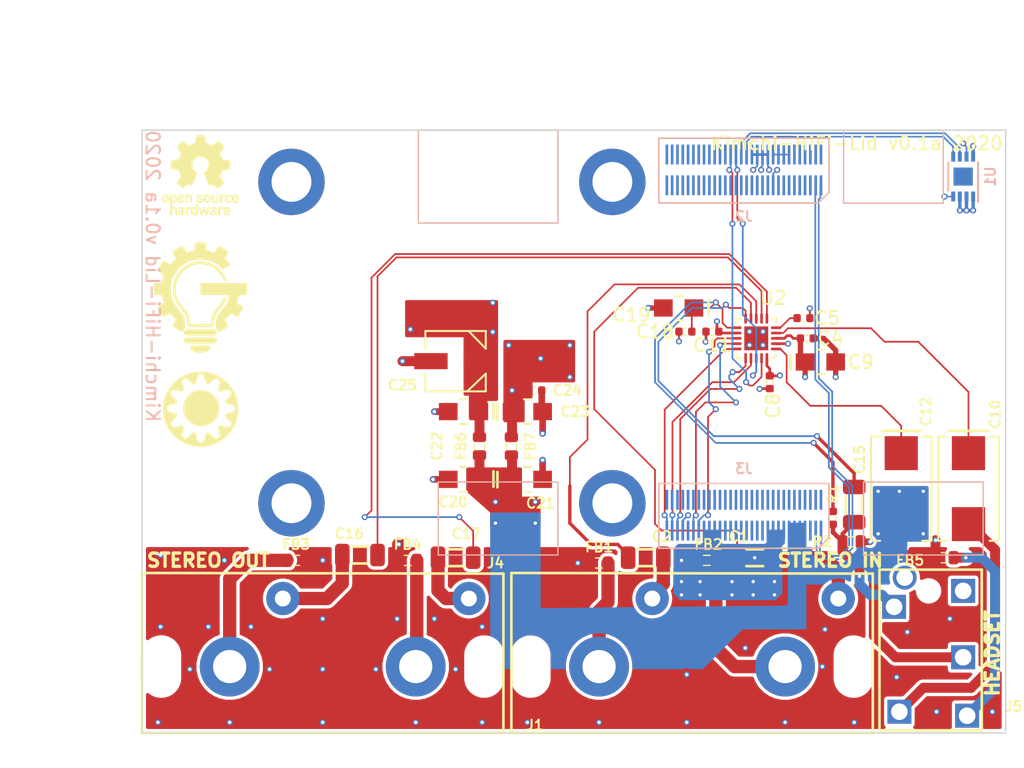
<source format=kicad_pcb>
(kicad_pcb (version 20171130) (host pcbnew "(5.1.10)-1")
  (title_block (title kimchi_ulid) (date 2019-12-15) (rev v0.1) (company GroupGets))
  (layers (0 F.Cu signal) (1 In1.Cu power hide) (2 In2.Cu power hide) (31 B.Cu signal) (34 B.Paste user) (35 F.Paste user) (36 B.SilkS user) (37 F.SilkS user) (38 B.Mask user) (39 F.Mask user) (44 Edge.Cuts user))
  (net 0 "")
  (net 1 GND)
  (net 2 VDD_5V)
  (net 3 VDD_1V8)
  (net 4 VDD_3V3)
  (net 5 I2C4_SCL)
  (net 6 I2C4_SDA)
  (net 7 /DISP_CK_P)
  (net 8 /DISP_D2_N)
  (net 9 /DISP_D2_P)
  (net 10 /DISP_D3_N)
  (net 11 /DISP_D3_P)
  (net 12 ECSPI2_MISO)
  (net 13 /CAM_D0_N)
  (net 14 ECSPI2_MOSI)
  (net 15 /CAM_D0_P)
  (net 16 ECSPI2_SS0)
  (net 17 /CAM_D1_N)
  (net 18 ECSPI2_SCLK)
  (net 19 /CAM_D1_P)
  (net 20 ECSPI1_MISO)
  (net 21 /CAM_CK_N)
  (net 22 ECSPI1_MOSI)
  (net 23 /CAM_CK_P)
  (net 24 ECSPI1_SS0)
  (net 25 /CAM_D2_N)
  (net 26 ECSPI1_SCLK)
  (net 27 /CAM_D2_P)
  (net 28 I2C1_SCL)
  (net 29 /CAM_D3_N)
  (net 30 I2C1_SDA)
  (net 31 /CAM_D3_P)
  (net 32 I2C2_SCL)
  (net 33 I2C2_SDA)
  (net 34 UIM_VPP)
  (net 35 I2C3_SCL)
  (net 36 UIM_RESET_N)
  (net 37 I2C3_SDA)
  (net 38 UIM_CLK)
  (net 39 UIM_DATA)
  (net 40 UIM_PWR)
  (net 41 USB2_VBUS)
  (net 42 USB2_ID)
  (net 43 USB2_DN)
  (net 44 USB2_DP)
  (net 45 /DISP_D0_N)
  (net 46 /DISP_D0_P)
  (net 47 /DISP_D1_N)
  (net 48 /DISP_D1_P)
  (net 49 /USDHC3_DATA2)
  (net 50 /DISP_CK_N)
  (net 51 /USDHC3_DATA1)
  (net 52 /USDHC3_DATA0)
  (net 53 /USDHC3_DATA3)
  (net 54 /USDHC3_CLK)
  (net 55 /USDHC3_CMD)
  (net 56 SAI3_TXFS)
  (net 57 SAI3_MCLK)
  (net 58 GPIO1[0])
  (net 59 GPIO1[1])
  (net 60 GPIO1[9])
  (net 61 GPIO1[10])
  (net 62 GPIO1[11])
  (net 63 GPIO1[12])
  (net 64 UART1_TX)
  (net 65 GPIO1[13])
  (net 66 UART1_RX)
  (net 67 GPIO1[14])
  (net 68 UART3_TX)
  (net 69 GPIO1[15])
  (net 70 UART3_RX)
  (net 71 SAI2_RXFS)
  (net 72 SAI2_MCLK)
  (net 73 SAI2_TXC)
  (net 74 SAI2_TXD0)
  (net 75 SAI2_RXC)
  (net 76 SAI2_TXFS)
  (net 77 SAI2_RXD0)
  (net 78 /ENET_TXC)
  (net 79 /ENET_TX_CTL)
  (net 80 /ENET_TD2)
  (net 81 /ENET_TD3)
  (net 82 /ENET_TD0)
  (net 83 SAI3_TXC)
  (net 84 /ENET_TD1)
  (net 85 SAI3_TXD)
  (net 86 /ENET_RX_CTL)
  (net 87 SAI3_RXD)
  (net 88 /ENET_RXC)
  (net 89 SAI3_RXFS)
  (net 90 /ENET_RD0)
  (net 91 SAI3_RXC)
  (net 92 /ENET_RD2)
  (net 93 /ENET_RD1)
  (net 94 /ENET_RD3)
  (net 95 /ENET_MDC)
  (net 96 /ENET_MDIO)
  (net 97 MIC_IN)
  (net 98 MIC_BIAS)
  (net 99 "Net-(C12-Pad2)")
  (net 100 "Net-(C12-Pad1)")
  (net 101 "Net-(FB1-Pad2)")
  (net 102 "Net-(FB2-Pad2)")
  (net 103 "Net-(FB3-Pad2)")
  (net 104 "Net-(FB4-Pad2)")
  (net 105 "Net-(C5-Pad1)")
  (net 106 "Net-(FB5-Pad2)")
  (net 107 "Net-(C1-Pad2)")
  (net 108 "Net-(C1-Pad1)")
  (net 109 "Net-(C2-Pad2)")
  (net 110 "Net-(C2-Pad1)")
  (net 111 "Net-(C10-Pad2)")
  (net 112 "Net-(C10-Pad1)")
  (net 113 "Net-(C15-Pad2)")
  (net 114 "Net-(C16-Pad2)")
  (net 115 "Net-(C16-Pad1)")
  (net 116 "Net-(C17-Pad2)")
  (net 117 "Net-(C17-Pad1)")
  (net 118 "Net-(J3-Pad58)")
  (net 119 "Net-(J5-Pad6)")
  (net 120 "Net-(J5-Pad5)")
  (net 121 VDDA)
  (net 122 VDD)
  (module kimchi_ulid:T494A106M006AT (layer F.Cu) (at 147.386 93.996 180)
    (fp_text reference C19 (at 3.556 -0.508) (layer F.SilkS))
    (fp_text value T494A106M006AT)
    (pad 2 smd rect (at 1.149722 0 270) (size 1.299997 1.405349) (layers F.Cu F.Paste F.Mask) (net 1 GND))
    (pad 1 smd rect (at -1.149722 0 270) (size 1.299997 1.405349) (layers F.Cu F.Paste F.Mask) (net 98 MIC_BIAS))
  )
  (module kimchi_ulid:C0402 (layer F.Cu) (at 147.894 95.774 180)
    (fp_text reference C18 (at 2.286 0) (layer F.SilkS))
    (fp_text value C0402C104K9PACTU)
    (pad 2 smd roundrect (at 0.483 0 180) (size 0.559 0.61) (layers F.Cu F.Paste F.Mask) (net 1 GND))
    (pad 1 smd roundrect (at -0.483 0 180) (size 0.559 0.61) (layers F.Cu F.Paste F.Mask) (net 98 MIC_BIAS))
  )
  (module kimchi_ulid:C0402 (layer F.Cu) (at 156.784 94.758)
    (fp_text reference C5 (at 1.778 0) (layer F.SilkS))
    (fp_text value C0402C104K9PACTU)
    (pad 2 smd roundrect (at 0.483 0) (size 0.559 0.61) (layers F.Cu F.Paste F.Mask) (net 1 GND))
    (pad 1 smd roundrect (at -0.483 0) (size 0.559 0.61) (layers F.Cu F.Paste F.Mask) (net 105 "Net-(C5-Pad1)"))
  )
  (module kimchi_ulid:C0402 (layer F.Cu) (at 149.926 95.774 180)
    (fp_text reference C11 (at 0 -1.016) (layer F.SilkS))
    (fp_text value C0402C104K9PACTU)
    (pad 2 smd roundrect (at 0.483 0 180) (size 0.559 0.61) (layers F.Cu F.Paste F.Mask) (net 1 GND))
    (pad 1 smd roundrect (at -0.483 0 180) (size 0.559 0.61) (layers F.Cu F.Paste F.Mask) (net 122 VDD))
  )
  (module kimchi_ulid:T494A106M006AT (layer F.Cu) (at 158.054 98.06)
    (fp_text reference C9 (at 3.048 0) (layer F.SilkS))
    (fp_text value T494A106M006AT hide)
    (pad 2 smd rect (at 1.149722 0 90) (size 1.299997 1.405349) (layers F.Cu F.Paste F.Mask) (net 1 GND))
    (pad 1 smd rect (at -1.149722 0 90) (size 1.299997 1.405349) (layers F.Cu F.Paste F.Mask) (net 121 VDDA))
  )
  (module kimchi_ulid:C0402 (layer F.Cu) (at 154.244 99.584 270)
    (fp_text reference C8 (at 1.778 -0.254 90) (layer F.SilkS))
    (fp_text value C0402C104K9PACTU)
    (pad 2 smd roundrect (at 0.483 0 270) (size 0.559 0.61) (layers F.Cu F.Paste F.Mask) (net 1 GND))
    (pad 1 smd roundrect (at -0.483 0 270) (size 0.559 0.61) (layers F.Cu F.Paste F.Mask) (net 122 VDD))
  )
  (module kimchi_ulid:C0402 (layer F.Cu) (at 157.038 96.282)
    (fp_text reference C4 (at 1.778 0) (layer F.SilkS))
    (fp_text value C0402C104K9PACTU)
    (pad 2 smd roundrect (at 0.483 0) (size 0.559 0.61) (layers F.Cu F.Paste F.Mask) (net 1 GND))
    (pad 1 smd roundrect (at -0.483 0) (size 0.559 0.61) (layers F.Cu F.Paste F.Mask) (net 121 VDDA))
  )
  (module kimchi_ulid:QFN40P300X300X60-21N (layer F.Cu) (at 153.228 96.282 180)
    (fp_text reference U2 (at -1.27 3.048) (layer F.SilkS))
    (fp_text value SGTL5000XNLA3)
    (pad 21 smd rect (at 0 0 180) (size 1.8 1.8) (layers F.Cu F.Mask) (net 1 GND))
    (pad 20 smd oval (at -0.8 -1.5 180) (size 0.2 0.8) (layers F.Cu F.Paste F.Mask) (net 122 VDD))
    (pad 19 smd oval (at -0.4 -1.5 180) (size 0.2 0.8) (layers F.Cu F.Paste F.Mask) (net 35 I2C3_SCL))
    (pad 18 smd oval (at 0 -1.5 180) (size 0.2 0.8) (layers F.Cu F.Paste F.Mask) (net 37 I2C3_SDA))
    (pad 17 smd oval (at 0.4 -1.5 180) (size 0.2 0.8) (layers F.Cu F.Paste F.Mask) (net 85 SAI3_TXD))
    (pad 16 smd oval (at 0.8 -1.5 180) (size 0.2 0.8) (layers F.Cu F.Paste F.Mask) (net 87 SAI3_RXD))
    (pad 15 smd oval (at 1.5 -0.8 180) (size 0.8 0.2) (layers F.Cu F.Paste F.Mask) (net 83 SAI3_TXC))
    (pad 14 smd oval (at 1.5 -0.4 180) (size 0.8 0.2) (layers F.Cu F.Paste F.Mask) (net 56 SAI3_TXFS))
    (pad 13 smd oval (at 1.5 0 180) (size 0.8 0.2) (layers F.Cu F.Paste F.Mask) (net 57 SAI3_MCLK))
    (pad 12 smd oval (at 1.5 0.4 180) (size 0.8 0.2) (layers F.Cu F.Paste F.Mask) (net 122 VDD))
    (pad 11 smd oval (at 1.5 0.8 180) (size 0.8 0.2) (layers F.Cu F.Paste F.Mask) (net 98 MIC_BIAS))
    (pad 10 smd oval (at 0.8 1.5 180) (size 0.2 0.8) (layers F.Cu F.Paste F.Mask) (net 97 MIC_IN))
    (pad 9 smd oval (at 0.4 1.5 180) (size 0.2 0.8) (layers F.Cu F.Paste F.Mask) (net 108 "Net-(C1-Pad1)"))
    (pad 8 smd oval (at 0 1.5 180) (size 0.2 0.8) (layers F.Cu F.Paste F.Mask) (net 110 "Net-(C2-Pad1)"))
    (pad 7 smd oval (at -0.4 1.5 180) (size 0.2 0.8) (layers F.Cu F.Paste F.Mask) (net 115 "Net-(C16-Pad1)"))
    (pad 6 smd oval (at -0.8 1.5 180) (size 0.2 0.8) (layers F.Cu F.Paste F.Mask) (net 117 "Net-(C17-Pad1)"))
    (pad 5 smd oval (at -1.5 0.8 180) (size 0.8 0.2) (layers F.Cu F.Paste F.Mask) (net 105 "Net-(C5-Pad1)"))
    (pad 4 smd oval (at -1.5 0.4 180) (size 0.8 0.2) (layers F.Cu F.Paste F.Mask) (net 112 "Net-(C10-Pad1)"))
    (pad 3 smd oval (at -1.5 0 180) (size 0.8 0.2) (layers F.Cu F.Paste F.Mask) (net 121 VDDA))
    (pad 2 smd oval (at -1.5 -0.4 180) (size 0.8 0.2) (layers F.Cu F.Paste F.Mask) (net 1 GND))
    (pad 1 smd oval (at -1.5 -0.8 180) (size 0.8 0.2) (layers F.Cu F.Paste F.Mask) (net 100 "Net-(C12-Pad1)"))
  )
  (module kimchi_ulid:oshpark_logo (layer F.Cu) (at 111.4 101.6)
    (fp_text reference L2 hide)
    (fp_text value OSHPARK_LOGO hide)
  )
  (module kimchi_ulid:groupgets_logo (layer F.Cu) (at 111.4 93.2)
    (fp_text reference L1 hide)
    (fp_text value GG_LOGO hide)
  )
  (module kimchi_ulid:T494A106M006AT (layer F.Cu) (at 136 106.9)
    (fp_text reference C21 (at 1 1.8) (layer F.SilkS) (effects (font (size 0.75 0.75))))
    (fp_text value T494A106M006AT hide)
    (pad 2 smd rect (at 1.149722 0 90) (size 1.299997 1.405349) (layers F.Cu F.Paste F.Mask) (net 1 GND))
    (pad 1 smd rect (at -1.149722 0 90) (size 1.299997 1.405349) (layers F.Cu F.Paste F.Mask) (net 4 VDD_3V3))
  )
  (module kimchi_ulid:T494A106M006AT (layer F.Cu) (at 131.2 101.8 180)
    (fp_text reference C22 (at 2 -2.6 90) (layer F.SilkS) (effects (font (size 0.75 0.75))))
    (fp_text value T494A106M006AT hide)
    (pad 2 smd rect (at 1.149722 0 270) (size 1.299997 1.405349) (layers F.Cu F.Paste F.Mask) (net 1 GND))
    (pad 1 smd rect (at -1.149722 0 270) (size 1.299997 1.405349) (layers F.Cu F.Paste F.Mask) (net 121 VDDA))
  )
  (module kimchi_ulid:T494A106M006AT (layer F.Cu) (at 131.2 106.9 180)
    (fp_text reference C20 (at 0.8 -1.7) (layer F.SilkS) (effects (font (size 0.75 0.75))))
    (fp_text value T494A106M006AT hide)
    (pad 2 smd rect (at 1.149722 0 270) (size 1.299997 1.405349) (layers F.Cu F.Paste F.Mask) (net 1 GND))
    (pad 1 smd rect (at -1.149722 0 270) (size 1.299997 1.405349) (layers F.Cu F.Paste F.Mask) (net 4 VDD_3V3))
  )
  (module kimchi_ulid:T494A106M006AT (layer F.Cu) (at 136 101.8)
    (fp_text reference C23 (at 3.6 0) (layer F.SilkS) (effects (font (size 0.75 0.75))))
    (fp_text value T494A106M006AT hide)
    (pad 2 smd rect (at 1.149722 0 90) (size 1.299997 1.405349) (layers F.Cu F.Paste F.Mask) (net 1 GND))
    (pad 1 smd rect (at -1.149722 0 90) (size 1.299997 1.405349) (layers F.Cu F.Paste F.Mask) (net 122 VDD))
  )
  (module kimchi_ulid:T491D227M010AT (layer F.Cu) (at 169.2 107.6 270)
    (fp_text reference C10 (at -5.6 -2 90) (layer F.SilkS) (effects (font (size 0.75 0.75))))
    (fp_text value T491D227M010AT)
    (pad 2 smd rect (at 2.672194 0) (size 2.499995 2.560396) (layers F.Cu F.Paste F.Mask) (net 111 "Net-(C10-Pad2)"))
    (pad 1 smd rect (at -2.672194 0) (size 2.499995 2.560396) (layers F.Cu F.Paste F.Mask) (net 112 "Net-(C10-Pad1)"))
  )
  (module kimchi_ulid:T491D227M010AT (layer F.Cu) (at 164.14 107.6 270)
    (fp_text reference C12 (at -5.8 -1.86 90) (layer F.SilkS) (effects (font (size 0.75 0.75))))
    (fp_text value T491D227M010AT)
    (pad 2 smd rect (at 2.672194 0) (size 2.499995 2.560396) (layers F.Cu F.Paste F.Mask) (net 99 "Net-(C12-Pad2)"))
    (pad 1 smd rect (at -2.672194 0) (size 2.499995 2.560396) (layers F.Cu F.Paste F.Mask) (net 100 "Net-(C12-Pad1)"))
  )
  (module kimchi_ulid:R0603 (layer F.Cu) (at 134.8 104.4 90)
    (fp_text reference FB7 (at 0 1.4 90) (layer F.SilkS) (effects (font (size 0.75 0.75))))
    (fp_text value FBMJ1608HM180NTR)
    (pad 2 smd roundrect (at 0.68 0 90) (size 0.74 1) (layers F.Cu F.Paste F.Mask) (net 122 VDD))
    (pad 1 smd roundrect (at -0.68 0 90) (size 0.74 1) (layers F.Cu F.Paste F.Mask) (net 4 VDD_3V3))
  )
  (module kimchi_ulid:R0603 (layer F.Cu) (at 132.4 104.4 90)
    (fp_text reference FB6 (at 0 -1.4 90) (layer F.SilkS) (effects (font (size 0.75 0.75))))
    (fp_text value FBMJ1608HM180NTR)
    (pad 2 smd roundrect (at 0.68 0 90) (size 0.74 1) (layers F.Cu F.Paste F.Mask) (net 121 VDDA))
    (pad 1 smd roundrect (at -0.68 0 90) (size 0.74 1) (layers F.Cu F.Paste F.Mask) (net 4 VDD_3V3))
  )
  (module kimchi_ulid:UZP1H0R1MCL1GB (layer F.Cu) (at 130.6 98 180)
    (fp_text reference C25 (at 4 -1.8) (layer F.SilkS) (effects (font (size 0.75 0.75))))
    (fp_text value UZP1H0R1MCL1GB hide)
    (pad 2 smd rect (at 1.8542 0 180) (size 2.5146 1.2192) (layers F.Cu F.Paste F.Mask) (net 1 GND))
    (pad 1 smd rect (at -1.8542 0 180) (size 2.5146 1.2192) (layers F.Cu F.Paste F.Mask) (net 121 VDDA))
  )
  (module kimchi_ulid:C0402 (layer F.Cu) (at 136.6 100.2)
    (fp_text reference C24 (at 2.4 0) (layer F.SilkS) (effects (font (size 0.75 0.75))))
    (fp_text value C0402C104K9PACTU)
    (pad 2 smd roundrect (at 0.483 0) (size 0.559 0.61) (layers F.Cu F.Paste F.Mask) (net 1 GND))
    (pad 1 smd roundrect (at -0.483 0) (size 0.559 0.61) (layers F.Cu F.Paste F.Mask) (net 122 VDD))
  )
  (module kimchi_ulid:54-00176 (layer F.Cu) (at 166.2 125.8 90)
    (fp_text reference J5 (at 1.8 6.4 180) (layer F.SilkS) (effects (font (size 0.75 0.75))))
    (fp_text value 54-00176)
    (pad "" np_thru_hole circle (at 10.5 0 90) (size 1.4 1.4) (drill 1.4) (layers *.Cu *.Mask))
    (pad 6 thru_hole rect (at 10.5 2.6 90) (size 1.8 1.8) (drill 1.25) (layers *.Cu *.Mask) (net 119 "Net-(J5-Pad6)"))
    (pad 5 thru_hole circle (at 11.5 -1.8 90) (size 1.8 1.8) (drill 1.25) (layers *.Cu *.Mask) (net 120 "Net-(J5-Pad5)"))
    (pad 4 thru_hole rect (at 9.3 -2.6 90) (size 1.8 1.8) (drill 1.25) (layers *.Cu *.Mask) (net 113 "Net-(C15-Pad2)"))
    (pad 3 thru_hole rect (at 5.5 2.6 90) (size 1.8 1.8) (drill 1.25) (layers *.Cu *.Mask) (net 99 "Net-(C12-Pad2)"))
    (pad 2 thru_hole rect (at 1.4 -2.2 90) (size 1.8 1.8) (drill 1.25) (layers *.Cu *.Mask) (net 111 "Net-(C10-Pad2)"))
    (pad 1 thru_hole rect (at 1.1 2.9 90) (size 1.8 1.8) (drill 1.25) (layers *.Cu *.Mask) (net 106 "Net-(FB5-Pad2)"))
  )
  (module AVR-KiCAD-Lib-Resistors:R0603 (layer F.Cu) (at 160.4 111.6 180)
    (fp_text reference R2 (at 2.2 0) (layer F.SilkS) (effects (font (size 0.75 0.75))))
    (fp_text value RC0603FR-0747KL)
    (pad 2 smd roundrect (at 0.68 0 180) (size 0.74 1) (layers F.Cu F.Paste F.Mask) (net 113 "Net-(C15-Pad2)"))
    (pad 1 smd roundrect (at -0.68 0 180) (size 0.74 1) (layers F.Cu F.Paste F.Mask) (net 1 GND))
  )
  (module AVR-KiCAD-Lib-Resistors:R0402 (layer F.Cu) (at 159 109.8 90)
    (fp_text reference R1 (at 1.8 0 90) (layer F.SilkS) (effects (font (size 0.75 0.75))))
    (fp_text value RC0402JR-072K2L)
    (pad 1 smd roundrect (at -0.483 0 90) (size 0.559 0.61) (layers F.Cu F.Paste F.Mask) (net 113 "Net-(C15-Pad2)"))
    (pad 2 smd roundrect (at 0.483 0 90) (size 0.559 0.61) (layers F.Cu F.Paste F.Mask) (net 98 MIC_BIAS))
  )
  (module kimchi_ulid:R0603 (layer F.Cu) (at 167.4 112.8)
    (fp_text reference FB5 (at -2.6 0.2) (layer F.SilkS) (effects (font (size 0.75 0.75))))
    (fp_text value FBMJ1608HM180NTR)
    (pad 2 smd roundrect (at 0.68 0) (size 0.74 1) (layers F.Cu F.Paste F.Mask) (net 106 "Net-(FB5-Pad2)"))
    (pad 1 smd roundrect (at -0.68 0) (size 0.74 1) (layers F.Cu F.Paste F.Mask) (net 1 GND))
  )
  (module kimchi_ulid:RCJ-2123 (layer F.Cu) (at 120.6 121 180)
    (fp_text reference J4 (at -13 7.8) (layer F.SilkS) (effects (font (size 0.75 0.75))))
    (fp_text value RCJ-2123)
    (pad 4 thru_hole circle (at -11 5.125 180) (size 2.5 2.5) (drill 1.2) (layers *.Cu *.Mask) (net 116 "Net-(C17-Pad2)"))
    (pad 2 thru_hole circle (at 3 5.125 180) (size 2.5 2.5) (drill 1.2) (layers *.Cu *.Mask) (net 114 "Net-(C16-Pad2)"))
    (pad "" np_thru_hole oval (at 12.15 0 180) (size 2.5 4.2) (drill oval 2.5 4.2) (layers *.Cu *.Mask))
    (pad "" np_thru_hole oval (at -12.15 0 180) (size 2.5 4.2) (drill oval 2.5 4.2) (layers *.Cu *.Mask))
    (pad 1 thru_hole circle (at 7 0 180) (size 4.5 4.5) (drill 2.5) (layers *.Cu *.Mask) (net 103 "Net-(FB3-Pad2)"))
    (pad 3 thru_hole circle (at -7 0 180) (size 4.5 4.5) (drill 2.5) (layers *.Cu *.Mask) (net 104 "Net-(FB4-Pad2)"))
  )
  (module kimchi_ulid:RCJ-2123 (layer F.Cu) (at 148.4 121 180)
    (fp_text reference J1 (at 11.83 -4.4) (layer F.SilkS) (effects (font (size 0.75 0.75))))
    (fp_text value RCJ-2123)
    (pad 4 thru_hole circle (at -11 5.125 180) (size 2.5 2.5) (drill 1.2) (layers *.Cu *.Mask) (net 107 "Net-(C1-Pad2)"))
    (pad 2 thru_hole circle (at 3 5.125 180) (size 2.5 2.5) (drill 1.2) (layers *.Cu *.Mask) (net 109 "Net-(C2-Pad2)"))
    (pad "" np_thru_hole oval (at 12.15 0 180) (size 2.5 4.2) (drill oval 2.5 4.2) (layers *.Cu *.Mask))
    (pad "" np_thru_hole oval (at -12.15 0 180) (size 2.5 4.2) (drill oval 2.5 4.2) (layers *.Cu *.Mask))
    (pad 1 thru_hole circle (at 7 0 180) (size 4.5 4.5) (drill 2.5) (layers *.Cu *.Mask) (net 101 "Net-(FB1-Pad2)"))
    (pad 3 thru_hole circle (at -7 0 180) (size 4.5 4.5) (drill 2.5) (layers *.Cu *.Mask) (net 102 "Net-(FB2-Pad2)"))
  )
  (module kimchi_ulid:R0603 (layer F.Cu) (at 149.51 113)
    (fp_text reference FB2 (at 0.12 -1.2) (layer F.SilkS) (effects (font (size 0.75 0.75))))
    (fp_text value FBMJ1608HM180NTR)
    (pad 2 smd roundrect (at 0.68 0) (size 0.74 1) (layers F.Cu F.Paste F.Mask) (net 102 "Net-(FB2-Pad2)"))
    (pad 1 smd roundrect (at -0.68 0) (size 0.74 1) (layers F.Cu F.Paste F.Mask) (net 1 GND))
  )
  (module kimchi_ulid:R0603 (layer F.Cu) (at 141.39 113.2)
    (fp_text reference FB1 (at 0.01 -1.2) (layer F.SilkS) (effects (font (size 0.75 0.75))))
    (fp_text value FBMJ1608HM180NTR)
    (pad 2 smd roundrect (at 0.68 0) (size 0.74 1) (layers F.Cu F.Paste F.Mask) (net 101 "Net-(FB1-Pad2)"))
    (pad 1 smd roundrect (at -0.68 0) (size 0.74 1) (layers F.Cu F.Paste F.Mask) (net 1 GND))
  )
  (module kimchi_ulid:R0603 (layer F.Cu) (at 127 113)
    (fp_text reference FB4 (at 0 -1.2) (layer F.SilkS) (effects (font (size 0.75 0.75))))
    (fp_text value FBMJ1608HM180NTR)
    (pad 2 smd roundrect (at 0.68 0) (size 0.74 1) (layers F.Cu F.Paste F.Mask) (net 104 "Net-(FB4-Pad2)"))
    (pad 1 smd roundrect (at -0.68 0) (size 0.74 1) (layers F.Cu F.Paste F.Mask) (net 1 GND))
  )
  (module kimchi_ulid:R0603 (layer F.Cu) (at 118.6 113 180)
    (fp_text reference FB3 (at 0 1.2) (layer F.SilkS) (effects (font (size 0.75 0.75))))
    (fp_text value FBMJ1608HM180NTR)
    (pad 2 smd roundrect (at 0.68 0 180) (size 0.74 1) (layers F.Cu F.Paste F.Mask) (net 103 "Net-(FB3-Pad2)"))
    (pad 1 smd roundrect (at -0.68 0 180) (size 0.74 1) (layers F.Cu F.Paste F.Mask) (net 1 GND))
  )
  (module kimchi_ulid:C1206 (layer F.Cu) (at 130.6 112.8 180)
    (fp_text reference C17 (at -0.8 1.8) (layer F.SilkS) (effects (font (size 0.75 0.75))))
    (fp_text value T491A105K010AT hide)
    (pad 2 smd roundrect (at 1.325 0 180) (size 1.1 1.7) (layers F.Cu F.Paste F.Mask) (net 116 "Net-(C17-Pad2)"))
    (pad 1 smd roundrect (at -1.325 0 180) (size 1.1 1.7) (layers F.Cu F.Paste F.Mask) (net 117 "Net-(C17-Pad1)"))
  )
  (module kimchi_ulid:C1206 (layer F.Cu) (at 123.4 112.6 180)
    (fp_text reference C16 (at 0.8 1.6) (layer F.SilkS) (effects (font (size 0.75 0.75))))
    (fp_text value T491A105K010AT hide)
    (pad 2 smd roundrect (at 1.325 0 180) (size 1.1 1.7) (layers F.Cu F.Paste F.Mask) (net 114 "Net-(C16-Pad2)"))
    (pad 1 smd roundrect (at -1.325 0 180) (size 1.1 1.7) (layers F.Cu F.Paste F.Mask) (net 115 "Net-(C16-Pad1)"))
  )
  (module kimchi_ulid:C1206 (layer F.Cu) (at 153.11 112.8)
    (fp_text reference C1 (at -1.2 -1.6) (layer F.SilkS) (effects (font (size 0.75 0.75))))
    (fp_text value T491A105K010AT hide)
    (pad 2 smd roundrect (at 1.325 0) (size 1.1 1.7) (layers F.Cu F.Paste F.Mask) (net 107 "Net-(C1-Pad2)"))
    (pad 1 smd roundrect (at -1.325 0) (size 1.1 1.7) (layers F.Cu F.Paste F.Mask) (net 108 "Net-(C1-Pad1)"))
  )
  (module kimchi_ulid:C1206 (layer F.Cu) (at 144.91 112.8)
    (fp_text reference C2 (at 1.2 -1.6) (layer F.SilkS) (effects (font (size 0.75 0.75))))
    (fp_text value T491A105K010AT hide)
    (pad 2 smd roundrect (at 1.325 0) (size 1.1 1.7) (layers F.Cu F.Paste F.Mask) (net 109 "Net-(C2-Pad2)"))
    (pad 1 smd roundrect (at -1.325 0) (size 1.1 1.7) (layers F.Cu F.Paste F.Mask) (net 110 "Net-(C2-Pad1)"))
  )
  (module kimchi_ulid:C1206 (layer F.Cu) (at 160.6 108.8 270)
    (fp_text reference C15 (at -3.4 -0.4 90) (layer F.SilkS) (effects (font (size 0.75 0.75))))
    (fp_text value T491A105K010AT hide)
    (pad 2 smd roundrect (at 1.325 0 270) (size 1.1 1.7) (layers F.Cu F.Paste F.Mask) (net 113 "Net-(C15-Pad2)"))
    (pad 1 smd roundrect (at -1.325 0 270) (size 1.1 1.7) (layers F.Cu F.Paste F.Mask) (net 97 MIC_IN))
  )
  (module kimchi_ulid:MountingHole_3mm_Pad (layer F.Cu) (at 142.4 108.7)
    (fp_text reference H4 hide)
    (fp_text value MountingHole_Pad hide)
    (pad 1 thru_hole circle (at 0 0) (size 5 5) (drill 3) (layers *.Cu *.Mask) (net 1 GND))
  )
  (module kimchi_ulid:MountingHole_3mm_Pad (layer F.Cu) (at 142.4 84.5)
    (fp_text reference H2 hide)
    (fp_text value MountingHole_Pad hide)
    (pad 1 thru_hole circle (at 0 0) (size 5 5) (drill 3) (layers *.Cu *.Mask) (net 1 GND))
  )
  (module kimchi_ulid:MountingHole_3mm_Pad (layer F.Cu) (at 118.25 108.7)
    (fp_text reference H3 hide)
    (fp_text value MountingHole_Pad hide)
    (pad 1 thru_hole circle (at 0 0) (size 5 5) (drill 3) (layers *.Cu *.Mask) (net 1 GND))
  )
  (module kimchi_ulid:MountingHole_3mm_Pad (layer F.Cu) (at 118.25 84.5)
    (fp_text reference H1 hide)
    (fp_text value MountingHole_Pad hide)
    (pad 1 thru_hole circle (at 0 0) (size 5 5) (drill 3) (layers *.Cu *.Mask) (net 1 GND))
  )
  (module "kimchi_ulid:DF40HC(3.5)-60DS" (layer B.Cu) (at 152.3 109.6 180)
    (fp_text reference J3 (at 0 3.5 180) (layer B.SilkS) (effects (font (size 0.75 0.75)) (justify mirror)))
    (fp_text value "DF40HC(3.5)-60DS" hide)
    (pad 36 smd rect (at 3.8 -1.16 180) (size 0.2 1.5) (layers B.Cu B.Paste B.Mask) (net 56 SAI3_TXFS))
    (pad 37 smd rect (at 3.4 -1.16 180) (size 0.2 1.5) (layers B.Cu B.Paste B.Mask) (net 57 SAI3_MCLK))
    (pad 38 smd rect (at 3 -1.16 180) (size 0.2 1.5) (layers B.Cu B.Paste B.Mask) (net 1 GND))
    (pad 39 smd rect (at 2.6 -1.16 180) (size 0.2 1.5) (layers B.Cu B.Paste B.Mask) (net 1 GND))
    (pad 40 smd rect (at 2.2 -1.16 180) (size 0.2 1.5) (layers B.Cu B.Paste B.Mask) (net 1 GND))
    (pad 30 smd rect (at 5.8 1.16 180) (size 0.2 1.5) (layers B.Cu B.Paste B.Mask) (net 58 GPIO1[0]))
    (pad 41 smd rect (at 1.8 -1.16 180) (size 0.2 1.5) (layers B.Cu B.Paste B.Mask) (net 1 GND))
    (pad 29 smd rect (at 5.4 1.16 180) (size 0.2 1.5) (layers B.Cu B.Paste B.Mask) (net 59 GPIO1[1]))
    (pad 42 smd rect (at 1.4 -1.16 180) (size 0.2 1.5) (layers B.Cu B.Paste B.Mask) (net 3 VDD_1V8))
    (pad 28 smd rect (at 5 1.16 180) (size 0.2 1.5) (layers B.Cu B.Paste B.Mask) (net 60 GPIO1[9]))
    (pad 43 smd rect (at 1 -1.16 180) (size 0.2 1.5) (layers B.Cu B.Paste B.Mask) (net 3 VDD_1V8))
    (pad 27 smd rect (at 4.6 1.16 180) (size 0.2 1.5) (layers B.Cu B.Paste B.Mask) (net 61 GPIO1[10]))
    (pad 44 smd rect (at 0.6 -1.16 180) (size 0.2 1.5) (layers B.Cu B.Paste B.Mask) (net 3 VDD_1V8))
    (pad 26 smd rect (at 4.2 1.16 180) (size 0.2 1.5) (layers B.Cu B.Paste B.Mask) (net 62 GPIO1[11]))
    (pad 45 smd rect (at 0.2 -1.16 180) (size 0.2 1.5) (layers B.Cu B.Paste B.Mask) (net 3 VDD_1V8))
    (pad 25 smd rect (at 3.8 1.16 180) (size 0.2 1.5) (layers B.Cu B.Paste B.Mask) (net 63 GPIO1[12]))
    (pad 46 smd rect (at -0.2 -1.16 180) (size 0.2 1.5) (layers B.Cu B.Paste B.Mask) (net 64 UART1_TX))
    (pad 24 smd rect (at 3.4 1.16 180) (size 0.2 1.5) (layers B.Cu B.Paste B.Mask) (net 65 GPIO1[13]))
    (pad 47 smd rect (at -0.6 -1.16 180) (size 0.2 1.5) (layers B.Cu B.Paste B.Mask) (net 66 UART1_RX))
    (pad 23 smd rect (at 3 1.16 180) (size 0.2 1.5) (layers B.Cu B.Paste B.Mask) (net 67 GPIO1[14]))
    (pad 48 smd rect (at -1 -1.16 180) (size 0.2 1.5) (layers B.Cu B.Paste B.Mask) (net 68 UART3_TX))
    (pad 22 smd rect (at 2.6 1.16 180) (size 0.2 1.5) (layers B.Cu B.Paste B.Mask) (net 69 GPIO1[15]))
    (pad 49 smd rect (at -1.4 -1.16 180) (size 0.2 1.5) (layers B.Cu B.Paste B.Mask) (net 70 UART3_RX))
    (pad 21 smd rect (at 2.2 1.16 180) (size 0.2 1.5) (layers B.Cu B.Paste B.Mask) (net 71 SAI2_RXFS))
    (pad 50 smd rect (at -1.8 -1.16 180) (size 0.2 1.5) (layers B.Cu B.Paste B.Mask) (net 1 GND))
    (pad 20 smd rect (at 1.8 1.16 180) (size 0.2 1.5) (layers B.Cu B.Paste B.Mask) (net 72 SAI2_MCLK))
    (pad 51 smd rect (at -2.2 -1.16 180) (size 0.2 1.5) (layers B.Cu B.Paste B.Mask) (net 1 GND))
    (pad 19 smd rect (at 1.4 1.16 180) (size 0.2 1.5) (layers B.Cu B.Paste B.Mask) (net 73 SAI2_TXC))
    (pad 52 smd rect (at -2.6 -1.16 180) (size 0.2 1.5) (layers B.Cu B.Paste B.Mask) (net 1 GND))
    (pad 18 smd rect (at 1 1.16 180) (size 0.2 1.5) (layers B.Cu B.Paste B.Mask) (net 74 SAI2_TXD0))
    (pad 53 smd rect (at -3 -1.16 180) (size 0.2 1.5) (layers B.Cu B.Paste B.Mask) (net 1 GND))
    (pad 17 smd rect (at 0.6 1.16 180) (size 0.2 1.5) (layers B.Cu B.Paste B.Mask) (net 75 SAI2_RXC))
    (pad 54 smd rect (at -3.4 -1.16 180) (size 0.2 1.5) (layers B.Cu B.Paste B.Mask) (net 4 VDD_3V3))
    (pad 16 smd rect (at 0.2 1.16 180) (size 0.2 1.5) (layers B.Cu B.Paste B.Mask) (net 76 SAI2_TXFS))
    (pad 55 smd rect (at -3.8 -1.16 180) (size 0.2 1.5) (layers B.Cu B.Paste B.Mask) (net 4 VDD_3V3))
    (pad 15 smd rect (at -0.2 1.16 180) (size 0.2 1.5) (layers B.Cu B.Paste B.Mask) (net 77 SAI2_RXD0))
    (pad 56 smd rect (at -4.2 -1.16 180) (size 0.2 1.5) (layers B.Cu B.Paste B.Mask) (net 4 VDD_3V3))
    (pad 14 smd rect (at -0.6 1.16 180) (size 0.2 1.5) (layers B.Cu B.Paste B.Mask) (net 78 /ENET_TXC))
    (pad 57 smd rect (at -4.6 -1.16 180) (size 0.2 1.5) (layers B.Cu B.Paste B.Mask) (net 4 VDD_3V3))
    (pad 13 smd rect (at -1 1.16 180) (size 0.2 1.5) (layers B.Cu B.Paste B.Mask) (net 79 /ENET_TX_CTL))
    (pad 58 smd rect (at -5 -1.16 180) (size 0.2 1.5) (layers B.Cu B.Paste B.Mask) (net 118 "Net-(J3-Pad58)"))
    (pad 12 smd rect (at -1.4 1.16 180) (size 0.2 1.5) (layers B.Cu B.Paste B.Mask) (net 80 /ENET_TD2))
    (pad 59 smd rect (at -5.4 -1.16 180) (size 0.2 1.5) (layers B.Cu B.Paste B.Mask) (net 44 USB2_DP))
    (pad 11 smd rect (at -1.8 1.16 180) (size 0.2 1.5) (layers B.Cu B.Paste B.Mask) (net 81 /ENET_TD3))
    (pad 60 smd rect (at -5.8 -1.16 180) (size 0.2 1.5) (layers B.Cu B.Paste B.Mask) (net 43 USB2_DN))
    (pad 10 smd rect (at -2.2 1.16 180) (size 0.2 1.5) (layers B.Cu B.Paste B.Mask) (net 82 /ENET_TD0))
    (pad 31 smd rect (at 5.8 -1.16 180) (size 0.2 1.5) (layers B.Cu B.Paste B.Mask) (net 83 SAI3_TXC))
    (pad 9 smd rect (at -2.6 1.16 180) (size 0.2 1.5) (layers B.Cu B.Paste B.Mask) (net 84 /ENET_TD1))
    (pad 32 smd rect (at 5.4 -1.16 180) (size 0.2 1.5) (layers B.Cu B.Paste B.Mask) (net 85 SAI3_TXD))
    (pad 8 smd rect (at -3 1.16 180) (size 0.2 1.5) (layers B.Cu B.Paste B.Mask) (net 86 /ENET_RX_CTL))
    (pad 33 smd rect (at 5 -1.16 180) (size 0.2 1.5) (layers B.Cu B.Paste B.Mask) (net 87 SAI3_RXD))
    (pad 7 smd rect (at -3.4 1.16 180) (size 0.2 1.5) (layers B.Cu B.Paste B.Mask) (net 88 /ENET_RXC))
    (pad 34 smd rect (at 4.6 -1.16 180) (size 0.2 1.5) (layers B.Cu B.Paste B.Mask) (net 89 SAI3_RXFS))
    (pad 6 smd rect (at -3.8 1.16 180) (size 0.2 1.5) (layers B.Cu B.Paste B.Mask) (net 90 /ENET_RD0))
    (pad 35 smd rect (at 4.2 -1.16 180) (size 0.2 1.5) (layers B.Cu B.Paste B.Mask) (net 91 SAI3_RXC))
    (pad 5 smd rect (at -4.2 1.16 180) (size 0.2 1.5) (layers B.Cu B.Paste B.Mask) (net 92 /ENET_RD2))
    (pad 4 smd rect (at -4.6 1.16 180) (size 0.2 1.5) (layers B.Cu B.Paste B.Mask) (net 93 /ENET_RD1))
    (pad 3 smd rect (at -5 1.16 180) (size 0.2 1.5) (layers B.Cu B.Paste B.Mask) (net 94 /ENET_RD3))
    (pad 2 smd rect (at -5.4 1.16 180) (size 0.2 1.5) (layers B.Cu B.Paste B.Mask) (net 95 /ENET_MDC))
    (pad 1 smd rect (at -5.8 1.16 180) (size 0.2 1.5) (layers B.Cu B.Paste B.Mask) (net 96 /ENET_MDIO))
  )
  (module "kimchi_ulid:DF40HC(3.5)-60DS" (layer B.Cu) (at 152.3 83.6 180)
    (fp_text reference J2 (at 0 -3.5) (layer B.SilkS) (effects (font (size 0.75 0.75)) (justify mirror)))
    (fp_text value "DF40HC(3.5)-60DS" hide)
    (pad 36 smd rect (at 3.8 -1.16 180) (size 0.2 1.5) (layers B.Cu B.Paste B.Mask) (net 7 /DISP_CK_P))
    (pad 37 smd rect (at 3.4 -1.16 180) (size 0.2 1.5) (layers B.Cu B.Paste B.Mask) (net 8 /DISP_D2_N))
    (pad 38 smd rect (at 3 -1.16 180) (size 0.2 1.5) (layers B.Cu B.Paste B.Mask) (net 9 /DISP_D2_P))
    (pad 39 smd rect (at 2.6 -1.16 180) (size 0.2 1.5) (layers B.Cu B.Paste B.Mask) (net 10 /DISP_D3_N))
    (pad 40 smd rect (at 2.2 -1.16 180) (size 0.2 1.5) (layers B.Cu B.Paste B.Mask) (net 11 /DISP_D3_P))
    (pad 30 smd rect (at 5.8 1.16 180) (size 0.2 1.5) (layers B.Cu B.Paste B.Mask) (net 12 ECSPI2_MISO))
    (pad 41 smd rect (at 1.8 -1.16 180) (size 0.2 1.5) (layers B.Cu B.Paste B.Mask) (net 13 /CAM_D0_N))
    (pad 29 smd rect (at 5.4 1.16 180) (size 0.2 1.5) (layers B.Cu B.Paste B.Mask) (net 14 ECSPI2_MOSI))
    (pad 42 smd rect (at 1.4 -1.16 180) (size 0.2 1.5) (layers B.Cu B.Paste B.Mask) (net 15 /CAM_D0_P))
    (pad 28 smd rect (at 5 1.16 180) (size 0.2 1.5) (layers B.Cu B.Paste B.Mask) (net 16 ECSPI2_SS0))
    (pad 43 smd rect (at 1 -1.16 180) (size 0.2 1.5) (layers B.Cu B.Paste B.Mask) (net 17 /CAM_D1_N))
    (pad 27 smd rect (at 4.6 1.16 180) (size 0.2 1.5) (layers B.Cu B.Paste B.Mask) (net 18 ECSPI2_SCLK))
    (pad 44 smd rect (at 0.6 -1.16 180) (size 0.2 1.5) (layers B.Cu B.Paste B.Mask) (net 19 /CAM_D1_P))
    (pad 26 smd rect (at 4.2 1.16 180) (size 0.2 1.5) (layers B.Cu B.Paste B.Mask) (net 20 ECSPI1_MISO))
    (pad 45 smd rect (at 0.2 -1.16 180) (size 0.2 1.5) (layers B.Cu B.Paste B.Mask) (net 21 /CAM_CK_N))
    (pad 25 smd rect (at 3.8 1.16 180) (size 0.2 1.5) (layers B.Cu B.Paste B.Mask) (net 22 ECSPI1_MOSI))
    (pad 46 smd rect (at -0.2 -1.16 180) (size 0.2 1.5) (layers B.Cu B.Paste B.Mask) (net 23 /CAM_CK_P))
    (pad 24 smd rect (at 3.4 1.16 180) (size 0.2 1.5) (layers B.Cu B.Paste B.Mask) (net 24 ECSPI1_SS0))
    (pad 47 smd rect (at -0.6 -1.16 180) (size 0.2 1.5) (layers B.Cu B.Paste B.Mask) (net 25 /CAM_D2_N))
    (pad 23 smd rect (at 3 1.16 180) (size 0.2 1.5) (layers B.Cu B.Paste B.Mask) (net 26 ECSPI1_SCLK))
    (pad 48 smd rect (at -1 -1.16 180) (size 0.2 1.5) (layers B.Cu B.Paste B.Mask) (net 27 /CAM_D2_P))
    (pad 22 smd rect (at 2.6 1.16 180) (size 0.2 1.5) (layers B.Cu B.Paste B.Mask) (net 28 I2C1_SCL))
    (pad 49 smd rect (at -1.4 -1.16 180) (size 0.2 1.5) (layers B.Cu B.Paste B.Mask) (net 29 /CAM_D3_N))
    (pad 21 smd rect (at 2.2 1.16 180) (size 0.2 1.5) (layers B.Cu B.Paste B.Mask) (net 30 I2C1_SDA))
    (pad 50 smd rect (at -1.8 -1.16 180) (size 0.2 1.5) (layers B.Cu B.Paste B.Mask) (net 31 /CAM_D3_P))
    (pad 20 smd rect (at 1.8 1.16 180) (size 0.2 1.5) (layers B.Cu B.Paste B.Mask) (net 32 I2C2_SCL))
    (pad 51 smd rect (at -2.2 -1.16 180) (size 0.2 1.5) (layers B.Cu B.Paste B.Mask) (net 1 GND))
    (pad 19 smd rect (at 1.4 1.16 180) (size 0.2 1.5) (layers B.Cu B.Paste B.Mask) (net 33 I2C2_SDA))
    (pad 52 smd rect (at -2.6 -1.16 180) (size 0.2 1.5) (layers B.Cu B.Paste B.Mask) (net 34 UIM_VPP))
    (pad 18 smd rect (at 1 1.16 180) (size 0.2 1.5) (layers B.Cu B.Paste B.Mask) (net 35 I2C3_SCL))
    (pad 53 smd rect (at -3 -1.16 180) (size 0.2 1.5) (layers B.Cu B.Paste B.Mask) (net 36 UIM_RESET_N))
    (pad 17 smd rect (at 0.6 1.16 180) (size 0.2 1.5) (layers B.Cu B.Paste B.Mask) (net 37 I2C3_SDA))
    (pad 54 smd rect (at -3.4 -1.16 180) (size 0.2 1.5) (layers B.Cu B.Paste B.Mask) (net 38 UIM_CLK))
    (pad 16 smd rect (at 0.2 1.16 180) (size 0.2 1.5) (layers B.Cu B.Paste B.Mask) (net 5 I2C4_SCL))
    (pad 55 smd rect (at -3.8 -1.16 180) (size 0.2 1.5) (layers B.Cu B.Paste B.Mask) (net 39 UIM_DATA))
    (pad 15 smd rect (at -0.2 1.16 180) (size 0.2 1.5) (layers B.Cu B.Paste B.Mask) (net 6 I2C4_SDA))
    (pad 56 smd rect (at -4.2 -1.16 180) (size 0.2 1.5) (layers B.Cu B.Paste B.Mask) (net 40 UIM_PWR))
    (pad 14 smd rect (at -0.6 1.16 180) (size 0.2 1.5) (layers B.Cu B.Paste B.Mask) (net 1 GND))
    (pad 57 smd rect (at -4.6 -1.16 180) (size 0.2 1.5) (layers B.Cu B.Paste B.Mask) (net 41 USB2_VBUS))
    (pad 13 smd rect (at -1 1.16 180) (size 0.2 1.5) (layers B.Cu B.Paste B.Mask) (net 1 GND))
    (pad 58 smd rect (at -5 -1.16 180) (size 0.2 1.5) (layers B.Cu B.Paste B.Mask) (net 42 USB2_ID))
    (pad 12 smd rect (at -1.4 1.16 180) (size 0.2 1.5) (layers B.Cu B.Paste B.Mask) (net 1 GND))
    (pad 59 smd rect (at -5.4 -1.16 180) (size 0.2 1.5) (layers B.Cu B.Paste B.Mask) (net 43 USB2_DN))
    (pad 11 smd rect (at -1.8 1.16 180) (size 0.2 1.5) (layers B.Cu B.Paste B.Mask) (net 1 GND))
    (pad 60 smd rect (at -5.8 -1.16 180) (size 0.2 1.5) (layers B.Cu B.Paste B.Mask) (net 44 USB2_DP))
    (pad 10 smd rect (at -2.2 1.16 180) (size 0.2 1.5) (layers B.Cu B.Paste B.Mask) (net 2 VDD_5V))
    (pad 31 smd rect (at 5.8 -1.16 180) (size 0.2 1.5) (layers B.Cu B.Paste B.Mask) (net 45 /DISP_D0_N))
    (pad 9 smd rect (at -2.6 1.16 180) (size 0.2 1.5) (layers B.Cu B.Paste B.Mask) (net 2 VDD_5V))
    (pad 32 smd rect (at 5.4 -1.16 180) (size 0.2 1.5) (layers B.Cu B.Paste B.Mask) (net 46 /DISP_D0_P))
    (pad 8 smd rect (at -3 1.16 180) (size 0.2 1.5) (layers B.Cu B.Paste B.Mask) (net 2 VDD_5V))
    (pad 33 smd rect (at 5 -1.16 180) (size 0.2 1.5) (layers B.Cu B.Paste B.Mask) (net 47 /DISP_D1_N))
    (pad 7 smd rect (at -3.4 1.16 180) (size 0.2 1.5) (layers B.Cu B.Paste B.Mask) (net 2 VDD_5V))
    (pad 34 smd rect (at 4.6 -1.16 180) (size 0.2 1.5) (layers B.Cu B.Paste B.Mask) (net 48 /DISP_D1_P))
    (pad 6 smd rect (at -3.8 1.16 180) (size 0.2 1.5) (layers B.Cu B.Paste B.Mask) (net 49 /USDHC3_DATA2))
    (pad 35 smd rect (at 4.2 -1.16 180) (size 0.2 1.5) (layers B.Cu B.Paste B.Mask) (net 50 /DISP_CK_N))
    (pad 5 smd rect (at -4.2 1.16 180) (size 0.2 1.5) (layers B.Cu B.Paste B.Mask) (net 51 /USDHC3_DATA1))
    (pad 4 smd rect (at -4.6 1.16 180) (size 0.2 1.5) (layers B.Cu B.Paste B.Mask) (net 52 /USDHC3_DATA0))
    (pad 3 smd rect (at -5 1.16 180) (size 0.2 1.5) (layers B.Cu B.Paste B.Mask) (net 53 /USDHC3_DATA3))
    (pad 2 smd rect (at -5.4 1.16 180) (size 0.2 1.5) (layers B.Cu B.Paste B.Mask) (net 54 /USDHC3_CLK))
    (pad 1 smd rect (at -5.8 1.16 180) (size 0.2 1.5) (layers B.Cu B.Paste B.Mask) (net 55 /USDHC3_CMD))
  )
  (module Package_DFN_QFN:DFN-8-1EP_3x2mm_P0.5mm_EP1.36x1.46mm (layer B.Cu) (at 168.8 84.1 90)
    (fp_text reference U1 (at 0 2.05 270) (layer B.SilkS) (effects (font (size 0.75 0.75)) (justify mirror)))
    (fp_text value 24C32 hide)
    (pad 9 smd rect (at 0 0 90) (size 1.36 1.46) (layers B.Cu B.Mask))
    (pad 8 smd rect (at 1.5 0.75 90) (size 0.75 0.3) (layers B.Cu B.Paste B.Mask) (net 4 VDD_3V3))
    (pad 7 smd rect (at 1.5 0.25 90) (size 0.75 0.3) (layers B.Cu B.Paste B.Mask) (net 1 GND))
    (pad 6 smd rect (at 1.5 -0.25 90) (size 0.75 0.3) (layers B.Cu B.Paste B.Mask) (net 5 I2C4_SCL))
    (pad 5 smd rect (at 1.5 -0.75 90) (size 0.75 0.3) (layers B.Cu B.Paste B.Mask) (net 6 I2C4_SDA))
    (pad 4 smd rect (at -1.5 -0.75 90) (size 0.75 0.3) (layers B.Cu B.Paste B.Mask) (net 1 GND))
    (pad 3 smd rect (at -1.5 -0.25 90) (size 0.75 0.3) (layers B.Cu B.Paste B.Mask) (net 4 VDD_3V3))
    (pad 2 smd rect (at -1.5 0.25 90) (size 0.75 0.3) (layers B.Cu B.Paste B.Mask) (net 4 VDD_3V3))
    (pad 1 smd rect (at -1.5 0.75 90) (size 0.75 0.3) (layers B.Cu B.Paste B.Mask) (net 4 VDD_3V3))
  )
  (module Symbol:OSHW-Logo_5.7x6mm_SilkScreen (layer F.Cu) (at 111.4 84)
    (fp_text reference LOGO1 hide)
    (fp_text value Logo_Open_Hardware_Small hide)
  )
  (gr_text "Kimchi-HiFi-Lid v0.1a 2020" (at 107.8 91.6 270) (layer B.SilkS) (effects (font (size 1 1)) (justify mirror)))
  (gr_text "Kimchi-HiFi-Lid v0.1a 2020" (at 160.8 81.6) (layer F.SilkS) (effects (font (size 1 1))))
  (gr_text "STEREO OUT" (at 112 113) (layer F.SilkS) (effects (font (size 1 1) (thickness 0.25))))
  (gr_text "STEREO IN" (at 158.8 113) (layer F.SilkS) (effects (font (size 1 1) (thickness 0.25))))
  (gr_text HEADSET (at 171 120 90) (layer F.SilkS) (effects (font (size 1 1) (thickness 0.25))))
  (gr_line (start 172 80.6) (end 107 80.6) (layer Edge.Cuts) (width 0.1))
  (gr_line (start 107 126) (end 172 126) (layer Edge.Cuts) (width 0.1))
  (gr_line (start 107 80.6) (end 107 126) (layer Edge.Cuts) (width 0.1))
  (gr_line (start 172 126) (end 172 80.6) (layer Edge.Cuts) (width 0.1))
  (gr_line (start 170.3 107.1) (end 161.3 107.1) (layer B.SilkS) (width 0.1))
  (gr_line (start 170.3 112.6) (end 170.3 107.1) (layer B.SilkS) (width 0.1))
  (gr_line (start 161.3 112.6) (end 170.3 112.6) (layer B.SilkS) (width 0.1))
  (gr_line (start 161.3 107.1) (end 161.3 112.6) (layer B.SilkS) (width 0.1))
  (gr_line (start 138.3 107.1) (end 129.3 107.1) (layer B.SilkS) (width 0.1))
  (gr_line (start 138.3 112.6) (end 138.3 107.1) (layer B.SilkS) (width 0.1))
  (gr_line (start 129.3 112.6) (end 138.3 112.6) (layer B.SilkS) (width 0.1))
  (gr_line (start 129.3 107.1) (end 129.3 112.6) (layer B.SilkS) (width 0.1))
  (gr_line (start 138.3 80.6) (end 127.8 80.6) (layer B.SilkS) (width 0.1))
  (gr_line (start 138.3 87.6) (end 138.3 80.6) (layer B.SilkS) (width 0.1))
  (gr_line (start 127.8 87.6) (end 138.3 87.6) (layer B.SilkS) (width 0.1))
  (gr_line (start 127.8 80.6) (end 127.8 87.6) (layer B.SilkS) (width 0.1))
  (gr_line (start 167.3 80.6) (end 159.8 80.6) (layer B.SilkS) (width 0.1))
  (gr_line (start 167.3 86.1) (end 167.3 80.6) (layer B.SilkS) (width 0.1))
  (gr_line (start 159.8 86.1) (end 167.3 86.1) (layer B.SilkS) (width 0.1))
  (gr_line (start 159.8 80.6) (end 159.8 86.1) (layer B.SilkS) (width 0.1))
  (via (at 153.736 96.79) (size 0.4572) (drill 0.254) (layers F.Cu B.Cu) (net 1))
  (via (at 152.72 96.79) (size 0.4572) (drill 0.254) (layers F.Cu B.Cu) (net 1))
  (via (at 153.736 95.774) (size 0.4572) (drill 0.254) (layers F.Cu B.Cu) (net 1))
  (via (at 152.72 95.774) (size 0.4572) (drill 0.254) (layers F.Cu B.Cu) (net 1))
  (via (at 154.8 83.6) (size 0.4572) (drill 0.254) (layers F.Cu B.Cu) (net 1))
  (via (at 154.2 83.6) (size 0.4572) (drill 0.254) (layers F.Cu B.Cu) (net 1))
  (via (at 153 83.6) (size 0.4572) (drill 0.254) (layers F.Cu B.Cu) (net 1))
  (segment (start 154.76 111.84) (end 154.76 112.16) (width 0.15) (layer B.Cu) (net 1))
  (segment (start 154.36 111.44) (end 154.36 111.84) (width 0.15) (layer B.Cu) (net 1))
  (segment (start 154.76 110.76) (end 154.76 110.76) (width 0.127) (layer B.Cu) (net 1))
  (segment (start 155.04 111.36) (end 155.04 111.76) (width 0.15) (layer B.Cu) (net 1))
  (segment (start 154.64 110.76) (end 154.64 112.16) (width 0.15) (layer B.Cu) (net 1))
  (segment (start 154.1 110.76) (end 154.1 112.1) (width 0.15) (layer B.Cu) (net 1))
  (segment (start 154.36 111.84) (end 154.36 112.16) (width 0.15) (layer B.Cu) (net 1))
  (segment (start 154.64 110.76) (end 154.36 110.76) (width 0.127) (layer B.Cu) (net 1))
  (segment (start 154.76 110.76) (end 154.64 110.76) (width 0.127) (layer B.Cu) (net 1))
  (segment (start 155.16 110.76) (end 155.04 110.76) (width 0.127) (layer B.Cu) (net 1))
  (segment (start 154.24 110.76) (end 154.1 110.76) (width 0.127) (layer B.Cu) (net 1))
  (segment (start 154.76 110.76) (end 154.76 111.84) (width 0.15) (layer B.Cu) (net 1))
  (segment (start 154.36 110.76) (end 154.36 111.44) (width 0.15) (layer B.Cu) (net 1))
  (segment (start 154.9 110.76) (end 154.9 112.1) (width 0.15) (layer B.Cu) (net 1))
  (segment (start 154.36 110.76) (end 154.24 110.76) (width 0.127) (layer B.Cu) (net 1))
  (segment (start 154.5 110.76) (end 154.5 112.1) (width 0.15) (layer B.Cu) (net 1))
  (segment (start 155.04 110.76) (end 155.04 111.36) (width 0.15) (layer B.Cu) (net 1))
  (segment (start 155.04 110.76) (end 154.76 110.76) (width 0.127) (layer B.Cu) (net 1))
  (segment (start 154.24 110.76) (end 154.24 112.16) (width 0.15) (layer B.Cu) (net 1))
  (segment (start 155.3 110.76) (end 155.16 110.76) (width 0.127) (layer B.Cu) (net 1))
  (segment (start 155.04 111.76) (end 155.04 112.16) (width 0.15) (layer B.Cu) (net 1))
  (via (at 161.8 111.6) (size 0.4572) (drill 0.254) (layers F.Cu B.Cu) (net 1))
  (via (at 147.6 113) (size 0.4572) (drill 0.254) (layers F.Cu B.Cu) (net 1))
  (via (at 139.8 113.2) (size 0.4572) (drill 0.254) (layers F.Cu B.Cu) (net 1))
  (via (at 126.32 111.8) (size 0.4572) (drill 0.254) (layers F.Cu B.Cu) (net 1))
  (via (at 120.6 113) (size 0.4572) (drill 0.254) (layers F.Cu B.Cu) (net 1))
  (segment (start 120.4 113) (end 119.28 113) (width 1) (layer F.Cu) (net 1))
  (segment (start 126.32 113) (end 126.32 111.8) (width 1) (layer F.Cu) (net 1))
  (segment (start 139.8 113.2) (end 140.71 113.2) (width 1) (layer F.Cu) (net 1))
  (segment (start 148 113) (end 148.83 113) (width 1) (layer F.Cu) (net 1))
  (segment (start 166.72 112.8) (end 166.72 112.8) (width 0.75) (layer F.Cu) (net 1))
  (segment (start 166.72 111.48) (end 166.72 111.48) (width 0.127) (layer F.Cu) (net 1))
  (via (at 166.72 111.48) (size 0.4572) (drill 0.254) (layers F.Cu B.Cu) (net 1))
  (segment (start 166.72 112.8) (end 166.72 111.48) (width 0.75) (layer F.Cu) (net 1))
  (via (at 160.6 125.2) (size 0.4572) (drill 0.254) (layers F.Cu B.Cu) (net 1))
  (via (at 171 124.4) (size 0.4572) (drill 0.254) (layers F.Cu B.Cu) (net 1))
  (via (at 166.8 124.4) (size 0.4572) (drill 0.254) (layers F.Cu B.Cu) (net 1))
  (via (at 167.8 117.4) (size 0.4572) (drill 0.254) (layers F.Cu B.Cu) (net 1))
  (via (at 164.6 118.4) (size 0.4572) (drill 0.254) (layers F.Cu B.Cu) (net 1))
  (segment (start 137.149722 101.8) (end 137.149722 103.450278) (width 0.5) (layer F.Cu) (net 1))
  (segment (start 137.149722 103.450278) (end 137.149722 103.450278) (width 0.127) (layer F.Cu) (net 1))
  (via (at 137.149722 103.450278) (size 0.4572) (drill 0.254) (layers F.Cu B.Cu) (net 1))
  (segment (start 137.083 101.733278) (end 137.149722 101.8) (width 0.127) (layer F.Cu) (net 1))
  (segment (start 137.083 100.2) (end 137.083 101.733278) (width 0.5) (layer F.Cu) (net 1))
  (segment (start 137.149722 106.9) (end 137.149722 105.450278) (width 0.5) (layer F.Cu) (net 1))
  (segment (start 137.149722 105.450278) (end 137.149722 105.450278) (width 0.127) (layer F.Cu) (net 1))
  (via (at 137.149722 105.450278) (size 0.4572) (drill 0.254) (layers F.Cu B.Cu) (net 1))
  (segment (start 130.050278 106.9) (end 128.9 106.9) (width 0.5) (layer F.Cu) (net 1))
  (via (at 128.9 106.9) (size 0.4572) (drill 0.254) (layers F.Cu B.Cu) (net 1))
  (via (at 129.000038 101.8) (size 0.4572) (drill 0.254) (layers F.Cu B.Cu) (net 1))
  (segment (start 130.050278 101.8) (end 129.000038 101.8) (width 0.5) (layer F.Cu) (net 1))
  (segment (start 128.7458 98) (end 126.6 98) (width 0.75) (layer F.Cu) (net 1))
  (segment (start 126.6 98) (end 126.6 98) (width 0.127) (layer F.Cu) (net 1))
  (via (at 126.6 98) (size 0.4572) (drill 0.254) (layers F.Cu B.Cu) (net 1))
  (segment (start 161.08 111.6) (end 161.8 111.6) (width 0.5) (layer F.Cu) (net 1))
  (segment (start 149.7 110.76) (end 149.7 112.1) (width 0.15) (layer B.Cu) (net 1))
  (segment (start 150.1 110.76) (end 150.1 112.1) (width 0.15) (layer B.Cu) (net 1))
  (segment (start 150.5 110.76) (end 150.5 112.1) (width 0.15) (layer B.Cu) (net 1))
  (segment (start 150.24 110.76) (end 150.24 111.36) (width 0.15) (layer B.Cu) (net 1))
  (segment (start 150.36 110.76) (end 150.36 112.16) (width 0.15) (layer B.Cu) (net 1))
  (segment (start 150.5 110.76) (end 150.36 110.76) (width 0.127) (layer B.Cu) (net 1))
  (segment (start 150.36 110.76) (end 150.24 110.76) (width 0.127) (layer B.Cu) (net 1))
  (segment (start 149.84 110.76) (end 149.84 112.16) (width 0.15) (layer B.Cu) (net 1))
  (segment (start 149.96 110.76) (end 149.96 111.84) (width 0.15) (layer B.Cu) (net 1))
  (segment (start 150.24 110.76) (end 149.96 110.76) (width 0.127) (layer B.Cu) (net 1))
  (segment (start 149.96 110.76) (end 149.84 110.76) (width 0.127) (layer B.Cu) (net 1))
  (segment (start 149.44 110.76) (end 149.3 110.76) (width 0.127) (layer B.Cu) (net 1))
  (segment (start 149.84 110.76) (end 149.56 110.76) (width 0.127) (layer B.Cu) (net 1))
  (segment (start 149.56 110.76) (end 149.56 111.44) (width 0.15) (layer B.Cu) (net 1))
  (segment (start 149.56 110.76) (end 149.44 110.76) (width 0.127) (layer B.Cu) (net 1))
  (segment (start 149.44 110.76) (end 149.44 112.16) (width 0.15) (layer B.Cu) (net 1))
  (segment (start 149.3 110.76) (end 149.3 112.1) (width 0.15) (layer B.Cu) (net 1))
  (segment (start 149.56 111.84) (end 149.56 112.16) (width 0.15) (layer B.Cu) (net 1))
  (segment (start 150.24 111.76) (end 150.24 112.16) (width 0.15) (layer B.Cu) (net 1))
  (segment (start 149.96 110.76) (end 149.96 110.76) (width 0.127) (layer B.Cu) (net 1))
  (via (at 153.11 112.8) (size 0.4572) (drill 0.254) (layers F.Cu B.Cu) (net 1))
  (segment (start 150.24 111.36) (end 150.24 111.76) (width 0.15) (layer B.Cu) (net 1))
  (via (at 153 114.6) (size 0.4572) (drill 0.254) (layers F.Cu B.Cu) (net 1))
  (segment (start 149.56 111.44) (end 149.56 111.84) (width 0.15) (layer B.Cu) (net 1))
  (via (at 149 114.6) (size 0.4572) (drill 0.254) (layers F.Cu B.Cu) (net 1))
  (segment (start 149.96 111.84) (end 149.96 112.16) (width 0.15) (layer B.Cu) (net 1))
  (via (at 151.4 114.6) (size 0.4572) (drill 0.254) (layers F.Cu B.Cu) (net 1))
  (segment (start 148.83 113) (end 148.83 113) (width 1) (layer F.Cu) (net 1))
  (via (at 149 115.6) (size 0.4572) (drill 0.254) (layers F.Cu B.Cu) (net 1))
  (via (at 151.4 115.6) (size 0.4572) (drill 0.254) (layers F.Cu B.Cu) (net 1))
  (via (at 153 115.6) (size 0.4572) (drill 0.254) (layers F.Cu B.Cu) (net 1))
  (via (at 154.6 115.6) (size 0.4572) (drill 0.254) (layers F.Cu B.Cu) (net 1))
  (via (at 154.6 114.6) (size 0.4572) (drill 0.254) (layers F.Cu B.Cu) (net 1))
  (via (at 147.6 114.6) (size 0.4572) (drill 0.254) (layers F.Cu B.Cu) (net 1))
  (via (at 147.6 115.6) (size 0.4572) (drill 0.254) (layers F.Cu B.Cu) (net 1))
  (via (at 108.4 112.6) (size 0.4572) (drill 0.254) (layers F.Cu B.Cu) (net 1))
  (via (at 141.4 125.2) (size 0.4572) (drill 0.254) (layers F.Cu B.Cu) (net 1))
  (via (at 148 125.2) (size 0.4572) (drill 0.254) (layers F.Cu B.Cu) (net 1))
  (via (at 136 125.2) (size 0.4572) (drill 0.254) (layers F.Cu B.Cu) (net 1))
  (via (at 155.4 125.2) (size 0.4572) (drill 0.254) (layers F.Cu B.Cu) (net 1))
  (via (at 132.6 125.2) (size 0.4572) (drill 0.254) (layers F.Cu B.Cu) (net 1))
  (via (at 127.6 125.2) (size 0.4572) (drill 0.254) (layers F.Cu B.Cu) (net 1))
  (via (at 113.6 125.2) (size 0.4572) (drill 0.254) (layers F.Cu B.Cu) (net 1))
  (via (at 120.6 125.2) (size 0.4572) (drill 0.254) (layers F.Cu B.Cu) (net 1))
  (via (at 108.2 125.2) (size 0.4572) (drill 0.254) (layers F.Cu B.Cu) (net 1))
  (via (at 148 121.6) (size 0.4572) (drill 0.254) (layers F.Cu B.Cu) (net 1))
  (via (at 120.6 121.2) (size 0.4572) (drill 0.254) (layers F.Cu B.Cu) (net 1))
  (via (at 132.6 118) (size 0.4572) (drill 0.254) (layers F.Cu B.Cu) (net 1))
  (via (at 120.6 117.4) (size 0.4572) (drill 0.254) (layers F.Cu B.Cu) (net 1))
  (via (at 108.4 118) (size 0.4572) (drill 0.254) (layers F.Cu B.Cu) (net 1))
  (via (at 158.2 121) (size 0.4572) (drill 0.254) (layers F.Cu B.Cu) (net 1))
  (via (at 163.8 121.8) (size 0.4572) (drill 0.254) (layers F.Cu B.Cu) (net 1))
  (via (at 158.4 118.2) (size 0.4572) (drill 0.254) (layers F.Cu B.Cu) (net 1))
  (via (at 110.6 121.2) (size 0.4572) (drill 0.254) (layers F.Cu B.Cu) (net 1))
  (via (at 124.6 121.2) (size 0.4572) (drill 0.254) (layers F.Cu B.Cu) (net 1))
  (via (at 116.6 121.2) (size 0.4572) (drill 0.254) (layers F.Cu B.Cu) (net 1))
  (via (at 129 117.4) (size 0.4572) (drill 0.254) (layers F.Cu B.Cu) (net 1))
  (via (at 115.2 118) (size 0.4572) (drill 0.254) (layers F.Cu B.Cu) (net 1))
  (via (at 126.2 117.4) (size 0.4572) (drill 0.254) (layers F.Cu B.Cu) (net 1))
  (via (at 112 118) (size 0.4572) (drill 0.254) (layers F.Cu B.Cu) (net 1))
  (via (at 113.2 113) (size 0.4572) (drill 0.254) (layers F.Cu B.Cu) (net 1))
  (via (at 152.4 119.6) (size 0.4572) (drill 0.254) (layers F.Cu B.Cu) (net 1))
  (via (at 130.6 121.2) (size 0.4572) (drill 0.254) (layers F.Cu B.Cu) (net 1))
  (segment (start 169.05 82.6) (end 169.05 81.85) (width 0.127) (layer B.Cu) (net 1))
  (segment (start 169.05 81.85) (end 168.8 81.6) (width 0.127) (layer B.Cu) (net 1))
  (segment (start 168.8 81.6) (end 168.8 81.6) (width 0.127) (layer B.Cu) (net 1))
  (via (at 168.8 81.6) (size 0.4572) (drill 0.254) (layers F.Cu B.Cu) (net 1))
  (segment (start 168.05 85.6) (end 167.4 85.6) (width 0.127) (layer B.Cu) (net 1))
  (segment (start 167.4 85.6) (end 167.4 85.6) (width 0.127) (layer B.Cu) (net 1))
  (via (at 167.4 85.6) (size 0.4572) (drill 0.254) (layers F.Cu B.Cu) (net 1))
  (segment (start 152.9 82.44) (end 153.76 82.44) (width 0.2) (layer B.Cu) (net 1))
  (segment (start 153.76 82.44) (end 154.1 82.44) (width 0.2) (layer B.Cu) (net 1))
  (via (at 153.6 83.6) (size 0.4572) (drill 0.254) (layers F.Cu B.Cu) (net 1))
  (segment (start 154.783 83.6) (end 154.8 83.6) (width 0.127) (layer B.Cu) (net 1))
  (segment (start 154.5 83.883) (end 154.783 83.6) (width 0.127) (layer B.Cu) (net 1))
  (segment (start 154.5 84.76) (end 154.5 83.883) (width 0.127) (layer B.Cu) (net 1))
  (segment (start 153.3 83.3) (end 153.3 82.44) (width 0.127) (layer B.Cu) (net 1))
  (segment (start 153 83.6) (end 153.3 83.3) (width 0.127) (layer B.Cu) (net 1))
  (segment (start 153.7 83.25) (end 153.7 82.44) (width 0.127) (layer B.Cu) (net 1))
  (segment (start 153.6 83.35) (end 153.7 83.25) (width 0.127) (layer B.Cu) (net 1))
  (segment (start 153.6 83.6) (end 153.6 83.35) (width 0.127) (layer B.Cu) (net 1))
  (segment (start 154.1 83.3) (end 154.1 82.44) (width 0.127) (layer B.Cu) (net 1))
  (segment (start 154.2 83.4) (end 154.1 83.3) (width 0.127) (layer B.Cu) (net 1))
  (segment (start 154.2 83.6) (end 154.2 83.4) (width 0.127) (layer B.Cu) (net 1))
  (segment (start 155.3 111.7) (end 155.2 111.8) (width 0.15) (layer B.Cu) (net 1))
  (segment (start 155.3 110.76) (end 155.3 111.7) (width 0.15) (layer B.Cu) (net 1))
  (segment (start 155.16 111.84) (end 155 112) (width 0.15) (layer B.Cu) (net 1))
  (segment (start 155.16 110.76) (end 155.16 111.84) (width 0.15) (layer B.Cu) (net 1))
  (via (at 159.203722 99.196268) (size 0.4572) (drill 0.254) (layers F.Cu B.Cu) (net 1))
  (segment (start 159.203722 98.06) (end 159.203722 99.196268) (width 0.4) (layer F.Cu) (net 1))
  (segment (start 155.623523 96.682) (end 155.623523 96.682) (width 0.127) (layer F.Cu) (net 1))
  (via (at 157.25389 94.021) (size 0.4572) (drill 0.254) (layers F.Cu B.Cu) (net 1))
  (segment (start 157.267 94.758) (end 157.267 94.03411) (width 0.127) (layer F.Cu) (net 1))
  (segment (start 157.267 94.03411) (end 157.25389 94.021) (width 0.127) (layer F.Cu) (net 1))
  (via (at 155.623523 96.682) (size 0.4572) (drill 0.254) (layers F.Cu B.Cu) (net 1))
  (segment (start 154.728 96.682) (end 155.623523 96.682) (width 0.2) (layer F.Cu) (net 1))
  (segment (start 159.203722 97.177722) (end 159.203722 98.06) (width 0.4) (layer F.Cu) (net 1))
  (segment (start 158.308 96.282) (end 159.203722 97.177722) (width 0.4) (layer F.Cu) (net 1))
  (segment (start 157.521 96.282) (end 158.308 96.282) (width 0.4) (layer F.Cu) (net 1))
  (segment (start 153.507 100.067) (end 153.482 100.092) (width 0.2) (layer F.Cu) (net 1))
  (segment (start 154.244 100.067) (end 153.507 100.067) (width 0.2) (layer F.Cu) (net 1))
  (via (at 153.482 100.092) (size 0.4572) (drill 0.254) (layers F.Cu B.Cu) (net 1))
  (via (at 149.418 96.535982) (size 0.4572) (drill 0.254) (layers F.Cu B.Cu) (net 1))
  (segment (start 149.443 96.510982) (end 149.418 96.535982) (width 0.2) (layer F.Cu) (net 1))
  (segment (start 149.443 95.774) (end 149.443 96.510982) (width 0.2) (layer F.Cu) (net 1))
  (via (at 145.1 93.996) (size 0.4572) (drill 0.254) (layers F.Cu B.Cu) (net 1))
  (segment (start 146.236278 93.996) (end 145.1 93.996) (width 0.4) (layer F.Cu) (net 1))
  (segment (start 147.411 95.774) (end 147.411 96.511) (width 0.127) (layer F.Cu) (net 1))
  (via (at 147.411 96.511) (size 0.4572) (drill 0.254) (layers F.Cu B.Cu) (net 1))
  (segment (start 154.5 82.44) (end 155.7 82.44) (width 0.127) (layer B.Cu) (net 2))
  (segment (start 150.9 110.76) (end 152.1 110.76) (width 0.127) (layer B.Cu) (net 3))
  (via (at 169.55 81.8) (size 0.4572) (drill 0.254) (layers F.Cu B.Cu) (net 4))
  (segment (start 169.55 82.6) (end 169.55 81.8) (width 0.254) (layer B.Cu) (net 4))
  (via (at 169.55 86.65) (size 0.4572) (drill 0.254) (layers F.Cu B.Cu) (net 4))
  (segment (start 169.55 85.6) (end 169.55 86.65) (width 0.254) (layer B.Cu) (net 4))
  (segment (start 169.05 85.6) (end 169.05 86.65) (width 0.254) (layer B.Cu) (net 4))
  (segment (start 169.05 86.65) (end 169.55 86.65) (width 0.254) (layer B.Cu) (net 4))
  (segment (start 168.55 86.65) (end 168.55 86.65) (width 0.254) (layer B.Cu) (net 4))
  (segment (start 168.55 85.6) (end 168.55 86.65) (width 0.254) (layer B.Cu) (net 4))
  (segment (start 155.7 110.76) (end 155.7 112.1) (width 0.2) (layer B.Cu) (net 4))
  (segment (start 156.9 110.76) (end 156.9 112.1) (width 0.2) (layer B.Cu) (net 4))
  (segment (start 156.1 110.76) (end 156.1 112.1) (width 0.2) (layer B.Cu) (net 4))
  (segment (start 156.5 110.76) (end 156.5 112.1) (width 0.2) (layer B.Cu) (net 4))
  (segment (start 156.7 112.1) (end 156.7 110.3) (width 0.3) (layer B.Cu) (net 4))
  (segment (start 156.7 112.1) (end 156.9 112.1) (width 0.2) (layer B.Cu) (net 4))
  (segment (start 156.3 112.1) (end 156.3 110.3) (width 0.3) (layer B.Cu) (net 4))
  (segment (start 156.3 112.1) (end 156.7 112.1) (width 0.2) (layer B.Cu) (net 4))
  (segment (start 155.9 112.1) (end 155.9 110.3) (width 0.3) (layer B.Cu) (net 4))
  (segment (start 155.7 112.1) (end 155.9 112.1) (width 0.2) (layer B.Cu) (net 4))
  (segment (start 155.9 112.1) (end 156.3 112.1) (width 0.2) (layer B.Cu) (net 4))
  (segment (start 132.4 106.849722) (end 132.4 106.849722) (width 0.127) (layer F.Cu) (net 4))
  (segment (start 132.4 105.08) (end 132.4 106.849722) (width 0.75) (layer F.Cu) (net 4))
  (segment (start 134.850278 106.9) (end 134.850278 106.9) (width 0.75) (layer F.Cu) (net 4))
  (segment (start 134.850278 106.9) (end 134.850278 105.130278) (width 0.75) (layer F.Cu) (net 4))
  (via (at 136.6 108.6) (size 0.4572) (drill 0.254) (layers F.Cu B.Cu) (net 4))
  (segment (start 132.4 106.849722) (end 132.349722 106.9) (width 0.127) (layer F.Cu) (net 4))
  (via (at 133.6 108.6) (size 0.4572) (drill 0.254) (layers F.Cu B.Cu) (net 4))
  (via (at 133.6 110.2) (size 0.4572) (drill 0.254) (layers F.Cu B.Cu) (net 4))
  (via (at 136.6 110.2) (size 0.4572) (drill 0.254) (layers F.Cu B.Cu) (net 4))
  (via (at 165.8 107.8) (size 0.4572) (drill 0.254) (layers F.Cu B.Cu) (net 4))
  (via (at 162.4 107.8) (size 0.4572) (drill 0.254) (layers F.Cu B.Cu) (net 4))
  (via (at 162.4 111) (size 0.4572) (drill 0.254) (layers F.Cu B.Cu) (net 4))
  (via (at 165.8 111) (size 0.4572) (drill 0.254) (layers F.Cu B.Cu) (net 4))
  (via (at 164 107.8) (size 0.4572) (drill 0.254) (layers F.Cu B.Cu) (net 4))
  (segment (start 168.55 86.65) (end 169.05 86.65) (width 0.254) (layer B.Cu) (net 4))
  (via (at 168.55 86.65) (size 0.4572) (drill 0.254) (layers F.Cu B.Cu) (net 4))
  (segment (start 169.05 86.65) (end 169.05 86.65) (width 0.254) (layer B.Cu) (net 4))
  (via (at 169.05 86.65) (size 0.4572) (drill 0.254) (layers F.Cu B.Cu) (net 4))
  (segment (start 167.44051 80.84051) (end 152.779877 80.84051) (width 0.127) (layer B.Cu) (net 5))
  (segment (start 168.55 82.6) (end 168.55 81.95) (width 0.127) (layer B.Cu) (net 5))
  (segment (start 168.55 81.95) (end 167.44051 80.84051) (width 0.127) (layer B.Cu) (net 5))
  (segment (start 152.779877 80.84051) (end 152.1 81.520387) (width 0.127) (layer B.Cu) (net 5))
  (segment (start 152.1 81.520387) (end 152.1 82.44) (width 0.127) (layer B.Cu) (net 5))
  (segment (start 152.5 81.479611) (end 152.5 82.44) (width 0.127) (layer B.Cu) (net 6))
  (segment (start 152.88509 81.094521) (end 152.5 81.479611) (width 0.127) (layer B.Cu) (net 6))
  (segment (start 168.05 81.85) (end 167.294521 81.094521) (width 0.127) (layer B.Cu) (net 6))
  (segment (start 167.294521 81.094521) (end 152.88509 81.094521) (width 0.127) (layer B.Cu) (net 6))
  (segment (start 168.05 82.6) (end 168.05 81.85) (width 0.127) (layer B.Cu) (net 6))
  (segment (start 151.2 83.6) (end 151.2 83.6) (width 0.127) (layer F.Cu) (net 35))
  (via (at 151.2 83.6) (size 0.4572) (drill 0.254) (layers F.Cu B.Cu) (net 35))
  (segment (start 151.3 83.5) (end 151.2 83.6) (width 0.127) (layer B.Cu) (net 35))
  (segment (start 151.3 82.44) (end 151.3 83.5) (width 0.127) (layer B.Cu) (net 35))
  (segment (start 151.2 83.6) (end 151.2 83.8) (width 0.127) (layer F.Cu) (net 35))
  (segment (start 153.628 97.782) (end 153.628 99.184) (width 0.127) (layer F.Cu) (net 35))
  (segment (start 153.628 99.184) (end 152.974 99.838) (width 0.127) (layer F.Cu) (net 35))
  (segment (start 152.974 99.838) (end 152.72 99.838) (width 0.127) (layer F.Cu) (net 35))
  (segment (start 152.72 99.838) (end 152.466 99.584) (width 0.127) (layer F.Cu) (net 35))
  (segment (start 152.466 99.584) (end 152.466 99.584) (width 0.127) (layer F.Cu) (net 35))
  (via (at 152.466 99.584) (size 0.4572) (drill 0.254) (layers F.Cu B.Cu) (net 35))
  (segment (start 151.45 87.646) (end 151.45 87.646) (width 0.127) (layer B.Cu) (net 35))
  (segment (start 151.435465 83.835465) (end 151.435465 87.653267) (width 0.127) (layer F.Cu) (net 35))
  (segment (start 151.2 83.6) (end 151.435465 83.835465) (width 0.127) (layer F.Cu) (net 35))
  (segment (start 152.466 98.822) (end 151.435465 97.791465) (width 0.127) (layer B.Cu) (net 35))
  (segment (start 152.466 99.584) (end 152.466 98.822) (width 0.127) (layer B.Cu) (net 35))
  (segment (start 151.435465 97.791465) (end 151.435465 87.653267) (width 0.127) (layer B.Cu) (net 35))
  (via (at 151.435465 87.653267) (size 0.4572) (drill 0.254) (layers F.Cu B.Cu) (net 35))
  (via (at 151.800026 83.6) (size 0.4572) (drill 0.254) (layers F.Cu B.Cu) (net 37))
  (segment (start 151.800026 83.6) (end 151.800026 83.400026) (width 0.127) (layer B.Cu) (net 37))
  (segment (start 151.7 83.3) (end 151.7 82.44) (width 0.127) (layer B.Cu) (net 37))
  (segment (start 151.800026 83.400026) (end 151.7 83.3) (width 0.127) (layer B.Cu) (net 37))
  (segment (start 153.228 97.782) (end 153.228 98.822) (width 0.127) (layer F.Cu) (net 37))
  (segment (start 153.228 98.822) (end 152.974 99.076) (width 0.127) (layer F.Cu) (net 37))
  (segment (start 152.974 99.076) (end 152.974 99.076) (width 0.127) (layer F.Cu) (net 37))
  (via (at 152.974 99.076) (size 0.4572) (drill 0.254) (layers F.Cu B.Cu) (net 37))
  (via (at 152.212 87.645976) (size 0.4572) (drill 0.254) (layers F.Cu B.Cu) (net 37))
  (segment (start 151.800026 87.234002) (end 152.212 87.645976) (width 0.127) (layer F.Cu) (net 37))
  (segment (start 151.800026 83.6) (end 151.800026 87.234002) (width 0.127) (layer F.Cu) (net 37))
  (segment (start 152.212 94.504) (end 152.212 87.645976) (width 0.127) (layer B.Cu) (net 37))
  (segment (start 153.228009 95.520009) (end 152.212 94.504) (width 0.127) (layer B.Cu) (net 37))
  (segment (start 153.228009 98.821991) (end 153.228009 95.520009) (width 0.127) (layer B.Cu) (net 37))
  (segment (start 152.974 99.076) (end 153.228009 98.821991) (width 0.127) (layer B.Cu) (net 37))
  (segment (start 158.689 100.398606) (end 157.673 99.382606) (width 0.127) (layer B.Cu) (net 43))
  (segment (start 158.027 111.958001) (end 158.027 112.331394) (width 0.127) (layer B.Cu) (net 43))
  (segment (start 158.1 110.76) (end 158.1 111.885001) (width 0.127) (layer B.Cu) (net 43))
  (segment (start 158.1 111.885001) (end 158.027 111.958001) (width 0.127) (layer B.Cu) (net 43))
  (segment (start 158.027 112.331394) (end 158.360606 112.665) (width 0.127) (layer B.Cu) (net 43))
  (segment (start 158.360606 112.665) (end 159.525394 112.665) (width 0.127) (layer B.Cu) (net 43))
  (segment (start 157.673 99.382606) (end 157.673 85.008896) (width 0.127) (layer B.Cu) (net 43))
  (segment (start 159.525394 112.665) (end 160.213 111.977394) (width 0.127) (layer B.Cu) (net 43))
  (segment (start 160.213 111.977394) (end 160.213 107.510606) (width 0.127) (layer B.Cu) (net 43))
  (segment (start 160.213 107.510606) (end 158.689 105.986606) (width 0.127) (layer B.Cu) (net 43))
  (segment (start 158.689 105.986606) (end 158.689 100.398606) (width 0.127) (layer B.Cu) (net 43))
  (segment (start 158.054 85.700501) (end 158.054 84.852) (width 0.127) (layer B.Cu) (net 44))
  (segment (start 158.943 100.293394) (end 157.927 99.277394) (width 0.127) (layer B.Cu) (net 44))
  (segment (start 160.467 107.405394) (end 158.943 105.881394) (width 0.127) (layer B.Cu) (net 44))
  (segment (start 160.467 112.082606) (end 160.467 107.405394) (width 0.127) (layer B.Cu) (net 44))
  (segment (start 159.630606 112.919) (end 160.467 112.082606) (width 0.127) (layer B.Cu) (net 44))
  (segment (start 158.255394 112.919) (end 159.630606 112.919) (width 0.127) (layer B.Cu) (net 44))
  (segment (start 157.773 112.436606) (end 158.255394 112.919) (width 0.127) (layer B.Cu) (net 44))
  (segment (start 157.927 85.827501) (end 158.054 85.700501) (width 0.127) (layer B.Cu) (net 44))
  (segment (start 157.773 111.958001) (end 157.773 112.436606) (width 0.127) (layer B.Cu) (net 44))
  (segment (start 158.943 105.881394) (end 158.943 100.293394) (width 0.127) (layer B.Cu) (net 44))
  (segment (start 157.7 111.885001) (end 157.773 111.958001) (width 0.127) (layer B.Cu) (net 44))
  (segment (start 157.927 99.277394) (end 157.927 85.827501) (width 0.127) (layer B.Cu) (net 44))
  (segment (start 157.7 110.76) (end 157.7 111.885001) (width 0.127) (layer B.Cu) (net 44))
  (via (at 148.687338 109.606805) (size 0.4572) (drill 0.254) (layers F.Cu B.Cu) (net 56))
  (segment (start 148.5 109.794143) (end 148.687338 109.606805) (width 0.127) (layer B.Cu) (net 56))
  (segment (start 148.5 110.76) (end 148.5 109.794143) (width 0.127) (layer B.Cu) (net 56))
  (segment (start 151.704 101.108) (end 151.704 101.108) (width 0.127) (layer F.Cu) (net 56))
  (via (at 151.704 101.108) (size 0.4572) (drill 0.254) (layers F.Cu B.Cu) (net 56))
  (segment (start 150.434 96.79) (end 150.434 96.79) (width 0.127) (layer B.Cu) (net 56))
  (via (at 150.510212 96.800989) (size 0.4572) (drill 0.254) (layers F.Cu B.Cu) (net 56))
  (segment (start 151.704 101.108) (end 150.510212 99.914212) (width 0.127) (layer B.Cu) (net 56))
  (segment (start 150.510212 99.914212) (end 150.510212 96.800989) (width 0.127) (layer B.Cu) (net 56))
  (segment (start 151.728 96.682) (end 150.629201 96.682) (width 0.127) (layer F.Cu) (net 56))
  (segment (start 150.629201 96.682) (end 150.510212 96.800989) (width 0.127) (layer F.Cu) (net 56))
  (segment (start 151.703978 101.108022) (end 151.704 101.108) (width 0.127) (layer F.Cu) (net 56))
  (segment (start 149.396202 101.108022) (end 151.703978 101.108022) (width 0.127) (layer F.Cu) (net 56))
  (segment (start 148.687338 101.816886) (end 149.396202 101.108022) (width 0.127) (layer F.Cu) (net 56))
  (segment (start 148.687338 109.606805) (end 148.687338 101.816886) (width 0.127) (layer F.Cu) (net 56))
  (via (at 149.6 109.6) (size 0.4572) (drill 0.254) (layers F.Cu B.Cu) (net 57))
  (segment (start 148.9 110.76) (end 148.9 109.998905) (width 0.127) (layer B.Cu) (net 57))
  (segment (start 148.9 109.998905) (end 149.298905 109.6) (width 0.127) (layer B.Cu) (net 57))
  (segment (start 149.298905 109.6) (end 149.6 109.6) (width 0.127) (layer B.Cu) (net 57))
  (via (at 150.18 101.616) (size 0.4572) (drill 0.254) (layers F.Cu B.Cu) (net 57))
  (segment (start 149.6 109.6) (end 149.6 102.196) (width 0.127) (layer F.Cu) (net 57))
  (segment (start 149.6 102.196) (end 150.18 101.616) (width 0.127) (layer F.Cu) (net 57))
  (via (at 149.672 97.298) (size 0.4572) (drill 0.254) (layers F.Cu B.Cu) (net 57))
  (segment (start 150.18 101.616) (end 149.672 101.108) (width 0.127) (layer B.Cu) (net 57))
  (segment (start 149.672 101.108) (end 149.672 97.298) (width 0.127) (layer B.Cu) (net 57))
  (segment (start 150.091102 96.878898) (end 149.672 97.298) (width 0.127) (layer F.Cu) (net 57))
  (segment (start 150.091102 96.48317) (end 150.091102 96.878898) (width 0.127) (layer F.Cu) (net 57))
  (segment (start 151.728 96.282) (end 150.292272 96.282) (width 0.127) (layer F.Cu) (net 57))
  (segment (start 150.292272 96.282) (end 150.091102 96.48317) (width 0.127) (layer F.Cu) (net 57))
  (segment (start 146.5 109.763379) (end 146.336621 109.6) (width 0.127) (layer B.Cu) (net 83))
  (segment (start 146.5 110.76) (end 146.5 109.763379) (width 0.127) (layer B.Cu) (net 83))
  (via (at 146.336621 109.6) (size 0.4572) (drill 0.254) (layers F.Cu B.Cu) (net 83))
  (segment (start 146.336621 101.649379) (end 146.336621 109.6) (width 0.127) (layer F.Cu) (net 83))
  (segment (start 150.904 97.082) (end 146.336621 101.649379) (width 0.127) (layer F.Cu) (net 83))
  (segment (start 151.728 97.082) (end 150.904 97.082) (width 0.127) (layer F.Cu) (net 83))
  (segment (start 146.9 110.76) (end 146.9 109.616006) (width 0.127) (layer B.Cu) (net 85))
  (segment (start 146.9 109.616006) (end 146.920814 109.595192) (width 0.127) (layer B.Cu) (net 85))
  (via (at 146.920814 109.595192) (size 0.4572) (drill 0.254) (layers F.Cu B.Cu) (net 85))
  (segment (start 146.920814 102.589186) (end 146.920814 109.595192) (width 0.127) (layer F.Cu) (net 85))
  (segment (start 149.926 99.584) (end 146.920814 102.589186) (width 0.127) (layer F.Cu) (net 85))
  (segment (start 151.555225 99.584) (end 149.926 99.584) (width 0.127) (layer F.Cu) (net 85))
  (segment (start 152.828 98.311225) (end 151.555225 99.584) (width 0.127) (layer F.Cu) (net 85))
  (segment (start 152.828 97.782) (end 152.828 98.311225) (width 0.127) (layer F.Cu) (net 85))
  (segment (start 147.506331 109.676669) (end 147.506331 109.602388) (width 0.127) (layer B.Cu) (net 87))
  (segment (start 147.3 109.883) (end 147.506331 109.676669) (width 0.127) (layer B.Cu) (net 87))
  (via (at 147.506331 109.602388) (size 0.4572) (drill 0.254) (layers F.Cu B.Cu) (net 87))
  (segment (start 147.3 110.76) (end 147.3 109.883) (width 0.127) (layer B.Cu) (net 87))
  (segment (start 152.428 97.782) (end 152.428 98.352) (width 0.127) (layer F.Cu) (net 87))
  (segment (start 151.958 100.092) (end 151.958 100.092) (width 0.127) (layer F.Cu) (net 87))
  (via (at 151.958 100.092) (size 0.4572) (drill 0.254) (layers F.Cu B.Cu) (net 87))
  (via (at 151.45 98.822) (size 0.4572) (drill 0.254) (layers F.Cu B.Cu) (net 87))
  (segment (start 152.428 98.352) (end 151.958 98.822) (width 0.127) (layer F.Cu) (net 87))
  (segment (start 151.958 98.822) (end 151.45 98.822) (width 0.127) (layer F.Cu) (net 87))
  (segment (start 151.45 98.822) (end 151.196 99.076) (width 0.127) (layer B.Cu) (net 87))
  (segment (start 151.196 99.33) (end 151.958 100.092) (width 0.127) (layer B.Cu) (net 87))
  (segment (start 151.196 99.076) (end 151.196 99.33) (width 0.127) (layer B.Cu) (net 87))
  (segment (start 147.506331 102.362893) (end 149.777224 100.092) (width 0.127) (layer F.Cu) (net 87))
  (segment (start 147.506331 109.602388) (end 147.506331 102.362893) (width 0.127) (layer F.Cu) (net 87))
  (segment (start 149.777224 100.092) (end 151.958 100.092) (width 0.127) (layer F.Cu) (net 87))
  (segment (start 147.7 110.76) (end 147.7 110.001431) (width 0.127) (layer B.Cu) (net 89))
  (segment (start 147.7 110.001431) (end 148.095413 109.606018) (width 0.127) (layer B.Cu) (net 89))
  (via (at 148.095413 109.606018) (size 0.4572) (drill 0.254) (layers F.Cu B.Cu) (net 89))
  (segment (start 160.594 106.442) (end 157.8 103.648) (width 0.254) (layer F.Cu) (net 97))
  (segment (start 160.594 107.469) (end 160.594 106.442) (width 0.254) (layer F.Cu) (net 97))
  (segment (start 160.6 107.475) (end 160.594 107.469) (width 0.254) (layer F.Cu) (net 97))
  (segment (start 157.8 103.648) (end 157.8 103.648) (width 0.254) (layer F.Cu) (net 97))
  (via (at 157.8 103.648) (size 0.4572) (drill 0.254) (layers F.Cu B.Cu) (net 97))
  (via (at 150.94202 93.742) (size 0.4572) (drill 0.254) (layers F.Cu B.Cu) (net 97))
  (segment (start 151.19602 93.996) (end 150.94202 93.742) (width 0.127) (layer F.Cu) (net 97))
  (segment (start 152.212 93.996) (end 151.19602 93.996) (width 0.127) (layer F.Cu) (net 97))
  (segment (start 152.428 94.212) (end 152.212 93.996) (width 0.127) (layer F.Cu) (net 97))
  (segment (start 152.428 94.782) (end 152.428 94.212) (width 0.127) (layer F.Cu) (net 97))
  (segment (start 157.8 103.648) (end 150.031224 103.648) (width 0.127) (layer B.Cu) (net 97))
  (segment (start 145.862011 99.478787) (end 145.862011 96.535989) (width 0.127) (layer B.Cu) (net 97))
  (segment (start 150.031224 103.648) (end 145.862011 99.478787) (width 0.127) (layer B.Cu) (net 97))
  (segment (start 145.862011 96.535989) (end 148.402 93.996) (width 0.127) (layer B.Cu) (net 97))
  (segment (start 148.402 93.996) (end 150.68802 93.996) (width 0.127) (layer B.Cu) (net 97))
  (segment (start 150.68802 93.996) (end 150.94202 93.742) (width 0.127) (layer B.Cu) (net 97))
  (segment (start 159 105.61) (end 157.546 104.156) (width 0.254) (layer F.Cu) (net 98))
  (segment (start 159 109.317) (end 159 105.61) (width 0.254) (layer F.Cu) (net 98))
  (segment (start 157.546 104.156) (end 157.546 104.156) (width 0.254) (layer F.Cu) (net 98))
  (via (at 157.546 104.156) (size 0.4572) (drill 0.254) (layers F.Cu B.Cu) (net 98))
  (via (at 150.18 93.57689) (size 0.4572) (drill 0.254) (layers F.Cu B.Cu) (net 98))
  (segment (start 151.728 95.482) (end 151.04511 95.482) (width 0.127) (layer F.Cu) (net 98))
  (segment (start 150.688 94.08489) (end 150.18 93.57689) (width 0.127) (layer F.Cu) (net 98))
  (segment (start 151.04511 95.482) (end 150.688 95.12489) (width 0.127) (layer F.Cu) (net 98))
  (segment (start 150.688 95.12489) (end 150.688 94.08489) (width 0.127) (layer F.Cu) (net 98))
  (segment (start 149.418 93.996) (end 148.535722 93.996) (width 0.127) (layer F.Cu) (net 98))
  (segment (start 149.76089 93.996) (end 149.418 93.996) (width 0.127) (layer F.Cu) (net 98))
  (segment (start 150.18 93.57689) (end 149.76089 93.996) (width 0.127) (layer F.Cu) (net 98))
  (segment (start 148.377 94.154722) (end 148.535722 93.996) (width 0.127) (layer F.Cu) (net 98))
  (segment (start 148.377 95.774) (end 148.377 94.154722) (width 0.127) (layer F.Cu) (net 98))
  (segment (start 148.31311 93.57689) (end 150.18 93.57689) (width 0.127) (layer B.Cu) (net 98))
  (segment (start 145.608 99.584) (end 145.608 96.282) (width 0.127) (layer B.Cu) (net 98))
  (segment (start 150.18 104.156) (end 145.608 99.584) (width 0.127) (layer B.Cu) (net 98))
  (segment (start 157.546 104.156) (end 150.18 104.156) (width 0.127) (layer B.Cu) (net 98))
  (segment (start 145.608 96.282) (end 148.31311 93.57689) (width 0.127) (layer B.Cu) (net 98))
  (segment (start 164.14 110.272194) (end 164.14 110.34) (width 0.127) (layer F.Cu) (net 99))
  (segment (start 164.14 111.86) (end 164.14 110.272194) (width 0.75) (layer F.Cu) (net 99))
  (segment (start 162.077011 113.922989) (end 164.14 111.86) (width 0.75) (layer F.Cu) (net 99))
  (segment (start 162.077011 118.677011) (end 162.077011 113.922989) (width 0.75) (layer F.Cu) (net 99))
  (segment (start 163.7 120.3) (end 162.077011 118.677011) (width 0.75) (layer F.Cu) (net 99))
  (segment (start 168.8 120.3) (end 163.7 120.3) (width 0.75) (layer F.Cu) (net 99))
  (segment (start 165 104.067806) (end 164.14 104.927806) (width 0.127) (layer F.Cu) (net 100))
  (segment (start 164.14 102.876) (end 164.14 104.927806) (width 0.127) (layer F.Cu) (net 100))
  (segment (start 162.626 101.362) (end 164.14 102.876) (width 0.127) (layer F.Cu) (net 100))
  (segment (start 157.292 101.362) (end 162.626 101.362) (width 0.127) (layer F.Cu) (net 100))
  (segment (start 155.514 97.552) (end 155.514 99.584) (width 0.127) (layer F.Cu) (net 100))
  (segment (start 155.514 99.584) (end 157.292 101.362) (width 0.127) (layer F.Cu) (net 100))
  (segment (start 155.044 97.082) (end 155.514 97.552) (width 0.127) (layer F.Cu) (net 100))
  (segment (start 154.728 97.082) (end 155.044 97.082) (width 0.127) (layer F.Cu) (net 100))
  (segment (start 141.4 121) (end 141.4 116.8) (width 1) (layer F.Cu) (net 101))
  (segment (start 142.07 116.13) (end 142.07 113.2) (width 1) (layer F.Cu) (net 101))
  (segment (start 141.4 116.8) (end 142.07 116.13) (width 1) (layer F.Cu) (net 101))
  (segment (start 151.6 121) (end 155.4 121) (width 1) (layer F.Cu) (net 102))
  (segment (start 150.19 119.59) (end 151.6 121) (width 1) (layer F.Cu) (net 102))
  (segment (start 150.19 113) (end 150.19 119.59) (width 1) (layer F.Cu) (net 102))
  (segment (start 113.6 121) (end 113.6 114.4) (width 1) (layer F.Cu) (net 103))
  (segment (start 115 113) (end 117.92 113) (width 1) (layer F.Cu) (net 103))
  (segment (start 113.6 114.4) (end 115 113) (width 1) (layer F.Cu) (net 103))
  (segment (start 127.68 120.92) (end 127.6 121) (width 0.127) (layer F.Cu) (net 104))
  (segment (start 127.68 113) (end 127.68 120.92) (width 1) (layer F.Cu) (net 104))
  (segment (start 155.768 94.758) (end 156.301 94.758) (width 0.127) (layer F.Cu) (net 105))
  (segment (start 155.044 95.482) (end 155.768 94.758) (width 0.127) (layer F.Cu) (net 105))
  (segment (start 154.728 95.482) (end 155.044 95.482) (width 0.127) (layer F.Cu) (net 105))
  (segment (start 169.1 124.7) (end 170.8 123) (width 0.75) (layer B.Cu) (net 106))
  (segment (start 170.8 123) (end 171.2 122.6) (width 0.75) (layer B.Cu) (net 106))
  (segment (start 171.2 122.6) (end 171.2 113.8) (width 0.75) (layer B.Cu) (net 106))
  (segment (start 171.2 113.8) (end 170.2 112.8) (width 0.75) (layer B.Cu) (net 106))
  (segment (start 170.2 112.8) (end 169 112.8) (width 0.75) (layer B.Cu) (net 106))
  (segment (start 169 112.8) (end 169 112.8) (width 0.127) (layer B.Cu) (net 106))
  (via (at 169 112.8) (size 0.4572) (drill 0.254) (layers F.Cu B.Cu) (net 106))
  (segment (start 169 112.8) (end 168.08 112.8) (width 0.75) (layer F.Cu) (net 106))
  (segment (start 158.4 112.8) (end 159.4 113.8) (width 1) (layer F.Cu) (net 107))
  (segment (start 154.435 112.8) (end 158.4 112.8) (width 1) (layer F.Cu) (net 107))
  (segment (start 159.4 113.8) (end 159.4 115.875) (width 1) (layer F.Cu) (net 107))
  (segment (start 151.785 112.8) (end 151.785 112.385) (width 0.254) (layer F.Cu) (net 108))
  (segment (start 151.45 110.76) (end 151.785 111.095) (width 0.127) (layer F.Cu) (net 108))
  (segment (start 146.116 110.76) (end 151.45 110.76) (width 0.127) (layer F.Cu) (net 108))
  (segment (start 141.036 101.616) (end 145.608 106.188) (width 0.127) (layer F.Cu) (net 108))
  (segment (start 141.036 95.774) (end 141.036 101.616) (width 0.127) (layer F.Cu) (net 108))
  (segment (start 144.338 92.472) (end 141.036 95.774) (width 0.127) (layer F.Cu) (net 108))
  (segment (start 145.608 110.252) (end 146.116 110.76) (width 0.127) (layer F.Cu) (net 108))
  (segment (start 151.704 92.472) (end 144.338 92.472) (width 0.127) (layer F.Cu) (net 108))
  (segment (start 152.828 93.596) (end 151.704 92.472) (width 0.127) (layer F.Cu) (net 108))
  (segment (start 151.785 111.095) (end 151.785 112.8) (width 0.127) (layer F.Cu) (net 108))
  (segment (start 145.608 106.188) (end 145.608 110.252) (width 0.127) (layer F.Cu) (net 108))
  (segment (start 152.828 94.782) (end 152.828 93.596) (width 0.127) (layer F.Cu) (net 108))
  (segment (start 145.4 115.875) (end 145.4 115.6) (width 0.127) (layer F.Cu) (net 109))
  (segment (start 146.235 114.765) (end 146.235 112.8) (width 1) (layer F.Cu) (net 109))
  (segment (start 145.4 115.6) (end 146.235 114.765) (width 1) (layer F.Cu) (net 109))
  (segment (start 143.585 112.585) (end 143.585 112.8) (width 0.127) (layer F.Cu) (net 110))
  (segment (start 139.2 110.2) (end 140.8 111.8) (width 0.254) (layer F.Cu) (net 110))
  (segment (start 139.2 107.4) (end 139.2 110.2) (width 0.254) (layer F.Cu) (net 110))
  (segment (start 140.8 111.8) (end 142.8 111.8) (width 0.254) (layer F.Cu) (net 110))
  (segment (start 142.8 111.8) (end 143.585 112.585) (width 0.254) (layer F.Cu) (net 110))
  (segment (start 142.56 92.218) (end 151.958 92.218) (width 0.127) (layer F.Cu) (net 110))
  (segment (start 140.528 94.25) (end 142.56 92.218) (width 0.127) (layer F.Cu) (net 110))
  (segment (start 153.228 93.488) (end 153.228 94.782) (width 0.127) (layer F.Cu) (net 110))
  (segment (start 140.528 103.902) (end 140.528 94.25) (width 0.127) (layer F.Cu) (net 110))
  (segment (start 139.2 105.23) (end 140.528 103.902) (width 0.127) (layer F.Cu) (net 110))
  (segment (start 151.958 92.218) (end 153.228 93.488) (width 0.127) (layer F.Cu) (net 110))
  (segment (start 139.2 107.4) (end 139.2 105.23) (width 0.127) (layer F.Cu) (net 110))
  (segment (start 169.2 110.272194) (end 169.872194 110.272194) (width 0.127) (layer F.Cu) (net 111))
  (segment (start 169.2 110.272194) (end 170.272194 110.272194) (width 0.127) (layer F.Cu) (net 111))
  (segment (start 165.8 122.6) (end 164 124.4) (width 0.75) (layer F.Cu) (net 111))
  (segment (start 169.4 122.6) (end 165.8 122.6) (width 0.75) (layer F.Cu) (net 111))
  (segment (start 171.2 120.8) (end 169.4 122.6) (width 0.75) (layer F.Cu) (net 111))
  (segment (start 171.2 112.2) (end 171.2 120.8) (width 0.75) (layer F.Cu) (net 111))
  (segment (start 169.272194 110.272194) (end 171.2 112.2) (width 0.75) (layer F.Cu) (net 111))
  (segment (start 169.2 110.272194) (end 169.272194 110.272194) (width 0.75) (layer F.Cu) (net 111))
  (segment (start 155.622 95.52) (end 161.864 95.52) (width 0.127) (layer F.Cu) (net 112))
  (segment (start 155.26 95.882) (end 155.622 95.52) (width 0.127) (layer F.Cu) (net 112))
  (segment (start 161.864 95.52) (end 162.88 96.536) (width 0.127) (layer F.Cu) (net 112))
  (segment (start 154.728 95.882) (end 155.26 95.882) (width 0.127) (layer F.Cu) (net 112))
  (segment (start 162.88 96.536) (end 165.42 96.536) (width 0.127) (layer F.Cu) (net 112))
  (segment (start 169.2 100.316) (end 169.2 104.927806) (width 0.127) (layer F.Cu) (net 112))
  (segment (start 165.42 96.536) (end 169.2 100.316) (width 0.127) (layer F.Cu) (net 112))
  (segment (start 159 110.88) (end 159.72 111.6) (width 0.35) (layer F.Cu) (net 113))
  (segment (start 159 110.283) (end 159 110.88) (width 0.35) (layer F.Cu) (net 113))
  (segment (start 159.72 111.005) (end 160.6 110.125) (width 0.3) (layer F.Cu) (net 113))
  (segment (start 159.72 111.6) (end 159.72 111.005) (width 0.3) (layer F.Cu) (net 113))
  (segment (start 164.4 116.5) (end 164.4 116) (width 0.127) (layer F.Cu) (net 113))
  (via (at 161.000026 114.2) (size 0.4572) (drill 0.254) (layers F.Cu B.Cu) (net 113))
  (segment (start 161.000026 114.800026) (end 161.000026 114.2) (width 0.75) (layer B.Cu) (net 113))
  (segment (start 161.8 115.6) (end 161.000026 114.800026) (width 0.75) (layer B.Cu) (net 113))
  (segment (start 162.6 115.6) (end 161.8 115.6) (width 0.75) (layer B.Cu) (net 113))
  (segment (start 162.7 115.6) (end 163.6 116.5) (width 0.75) (layer B.Cu) (net 113))
  (segment (start 162.6 115.6) (end 162.7 115.6) (width 0.75) (layer B.Cu) (net 113))
  (segment (start 161.000026 113.600026) (end 161.000026 114.2) (width 0.75) (layer F.Cu) (net 113))
  (segment (start 159.72 112.32) (end 161.000026 113.600026) (width 0.75) (layer F.Cu) (net 113))
  (segment (start 159.72 111.6) (end 159.72 112.32) (width 0.75) (layer F.Cu) (net 113))
  (segment (start 122.075 112.6) (end 122.075 114.725) (width 1) (layer F.Cu) (net 114))
  (segment (start 120.925 115.875) (end 117.6 115.875) (width 1) (layer F.Cu) (net 114))
  (segment (start 122.075 114.725) (end 120.925 115.875) (width 1) (layer F.Cu) (net 114))
  (segment (start 124.725 91.616224) (end 124.725 112.6) (width 0.127) (layer F.Cu) (net 115))
  (segment (start 151.090787 90.186011) (end 126.155213 90.186011) (width 0.127) (layer F.Cu) (net 115))
  (segment (start 153.628 94.782) (end 153.628 92.723224) (width 0.127) (layer F.Cu) (net 115))
  (segment (start 153.628 92.723224) (end 151.090787 90.186011) (width 0.127) (layer F.Cu) (net 115))
  (segment (start 126.155213 90.186011) (end 124.725 91.616224) (width 0.127) (layer F.Cu) (net 115))
  (segment (start 129.275 115.275) (end 129.275 112.8) (width 1) (layer F.Cu) (net 116))
  (segment (start 129.875 115.875) (end 129.275 115.275) (width 1) (layer F.Cu) (net 116))
  (segment (start 131.6 115.875) (end 129.875 115.875) (width 1) (layer F.Cu) (net 116))
  (segment (start 131.925 112.8) (end 131.925 112.325) (width 0.254) (layer F.Cu) (net 117))
  (segment (start 131.925 112.8) (end 131.925 110.793) (width 0.127) (layer F.Cu) (net 117))
  (segment (start 131.925 110.793) (end 130.876 109.744) (width 0.127) (layer F.Cu) (net 117))
  (segment (start 130.876 109.744) (end 130.876 109.744) (width 0.127) (layer F.Cu) (net 117))
  (via (at 130.876 109.744) (size 0.4572) (drill 0.254) (layers F.Cu B.Cu) (net 117))
  (segment (start 130.876 109.744) (end 123.764 109.744) (width 0.127) (layer B.Cu) (net 117))
  (segment (start 123.764 109.744) (end 123.764 109.744) (width 0.127) (layer B.Cu) (net 117))
  (via (at 123.764 109.744) (size 0.4572) (drill 0.254) (layers F.Cu B.Cu) (net 117))
  (segment (start 154.028 92.764) (end 154.028 94.782) (width 0.127) (layer F.Cu) (net 117))
  (segment (start 151.196 89.932) (end 154.028 92.764) (width 0.127) (layer F.Cu) (net 117))
  (segment (start 126.05 89.932) (end 151.196 89.932) (width 0.127) (layer F.Cu) (net 117))
  (segment (start 124.272 109.236) (end 124.272 91.71) (width 0.127) (layer F.Cu) (net 117))
  (segment (start 124.272 91.71) (end 126.05 89.932) (width 0.127) (layer F.Cu) (net 117))
  (segment (start 123.764 109.744) (end 124.272 109.236) (width 0.127) (layer F.Cu) (net 117))
  (segment (start 132.4 101.850278) (end 132.4 101.850278) (width 0.75) (layer F.Cu) (net 121))
  (segment (start 132.4 98.0542) (end 132.4 100.8) (width 0.75) (layer F.Cu) (net 121))
  (segment (start 132.4542 98) (end 132.4 98.0542) (width 0.75) (layer F.Cu) (net 121))
  (segment (start 132.4 101.850278) (end 132.4 102.8) (width 0.75) (layer F.Cu) (net 121))
  (via (at 127.2 95.6) (size 0.4572) (drill 0.254) (layers F.Cu B.Cu) (net 121))
  (segment (start 132.4 102.8) (end 132.4 103.6) (width 0.75) (layer F.Cu) (net 121))
  (via (at 133.4 93.6) (size 0.4572) (drill 0.254) (layers F.Cu B.Cu) (net 121))
  (segment (start 132.4 103.6) (end 132.4 103.650278) (width 0.75) (layer F.Cu) (net 121))
  (via (at 133.4 95.8) (size 0.4572) (drill 0.254) (layers F.Cu B.Cu) (net 121))
  (segment (start 132.4 100.8) (end 132.4 101.749722) (width 0.75) (layer F.Cu) (net 121))
  (segment (start 156.555 97.710722) (end 156.904278 98.06) (width 0.127) (layer F.Cu) (net 121))
  (segment (start 156.555 96.282) (end 156.555 97.710722) (width 0.4) (layer F.Cu) (net 121))
  (segment (start 156.535861 96.262861) (end 156.555 96.282) (width 0.127) (layer F.Cu) (net 121))
  (segment (start 156.904278 98.06) (end 156.904278 99.196278) (width 0.4) (layer F.Cu) (net 121))
  (via (at 156.904278 99.196278) (size 0.4572) (drill 0.254) (layers F.Cu B.Cu) (net 121))
  (segment (start 154.728 96.282) (end 155.347708 96.282) (width 0.2) (layer F.Cu) (net 121))
  (segment (start 155.347708 96.282) (end 155.54933 96.080378) (width 0.2) (layer F.Cu) (net 121))
  (segment (start 155.54933 96.080378) (end 155.820378 96.080378) (width 0.2) (layer F.Cu) (net 121))
  (segment (start 156.022 96.282) (end 156.555 96.282) (width 0.2) (layer F.Cu) (net 121))
  (segment (start 155.820378 96.080378) (end 156.022 96.282) (width 0.2) (layer F.Cu) (net 121))
  (segment (start 134.850278 103.669722) (end 134.850278 103.149722) (width 0.75) (layer F.Cu) (net 122))
  (segment (start 134.8 103.72) (end 134.8 103.72) (width 0.75) (layer F.Cu) (net 122))
  (segment (start 134.850278 101.8) (end 134.850278 101.8) (width 0.75) (layer F.Cu) (net 122))
  (via (at 139.2 96.8) (size 0.4572) (drill 0.254) (layers F.Cu B.Cu) (net 122))
  (segment (start 134.850278 101.8) (end 134.850278 101.8) (width 0.75) (layer F.Cu) (net 122))
  (via (at 139.2 99.2) (size 0.4572) (drill 0.254) (layers F.Cu B.Cu) (net 122))
  (segment (start 134.850278 102.549722) (end 134.850278 101.8) (width 0.75) (layer F.Cu) (net 122))
  (via (at 134.6 96.8) (size 0.4572) (drill 0.254) (layers F.Cu B.Cu) (net 122))
  (segment (start 134.850278 103.149722) (end 134.850278 102.549722) (width 0.75) (layer F.Cu) (net 122))
  (via (at 134.850278 100.2) (size 0.4572) (drill 0.254) (layers F.Cu B.Cu) (net 122))
  (segment (start 134.8 103.72) (end 134.850278 103.669722) (width 0.75) (layer F.Cu) (net 122))
  (via (at 137 97.8) (size 0.4572) (drill 0.254) (layers F.Cu B.Cu) (net 122))
  (segment (start 154.028 97.782) (end 154.028 98.352) (width 0.2) (layer F.Cu) (net 122))
  (segment (start 154.244 98.568) (end 154.244 99.101) (width 0.2) (layer F.Cu) (net 122))
  (segment (start 154.028 98.352) (end 154.244 98.568) (width 0.2) (layer F.Cu) (net 122))
  (segment (start 150.517 95.882) (end 150.409 95.774) (width 0.127) (layer F.Cu) (net 122))
  (segment (start 151.728 95.882) (end 150.517 95.882) (width 0.2) (layer F.Cu) (net 122))
  (segment (start 154.269 99.076) (end 154.244 99.101) (width 0.2) (layer F.Cu) (net 122))
  (via (at 150.26889 94.998963) (size 0.4572) (drill 0.254) (layers F.Cu B.Cu) (net 122))
  (segment (start 150.26889 95.63389) (end 150.26889 94.998963) (width 0.2) (layer F.Cu) (net 122))
  (segment (start 150.409 95.774) (end 150.26889 95.63389) (width 0.2) (layer F.Cu) (net 122))
  (via (at 155.006034 99.076) (size 0.4572) (drill 0.254) (layers F.Cu B.Cu) (net 122))
  (segment (start 154.244 99.101) (end 154.981034 99.101) (width 0.2) (layer F.Cu) (net 122))
  (segment (start 154.981034 99.101) (end 155.006034 99.076) (width 0.2) (layer F.Cu) (net 122))
  (zone (net 4) (net_name VDD_3V3) (layer B.Cu) (connect_pads thru_hole_only (clearance 0.25)) (min_thickness 0.254) (fill yes (arc_segments 32) (thermal_gap 0.508) (thermal_bridge_width 0.508))
    (polygon (pts (xy 166.2 111.6) (xy 164.6 111.6) (xy 164.6 114.824) (xy 157 114.824) (xy 157 118.2) (xy 152.2 118.2) (xy 149.2 121.2) (xy 133.2 121.2) (xy 133.2 109.4) (xy 137 109.4) (xy 137 116.597872) (xy 155.6 116.4) (xy 155.6 112) (xy 162 112) (xy 162 107.4) (xy 166.2 107.4)))
  )
  (zone (net 1) (net_name GND) (layer F.Cu) (connect_pads thru_hole_only (clearance 0.25)) (min_thickness 0.254) (fill yes (arc_segments 32) (thermal_gap 0.508) (thermal_bridge_width 0.508))
    (polygon (pts (xy 172 126.2) (xy 106.8 126.2) (xy 106.8 112) (xy 171.8 112)))
  )
  (zone (net 4) (net_name VDD_3V3) (layer F.Cu) (connect_pads thru_hole_only (clearance 0.25)) (min_thickness 0.254) (fill yes (arc_segments 32) (thermal_gap 0.508) (thermal_bridge_width 0.508))
    (polygon (pts (xy 135.6 108.2) (xy 137 108.2) (xy 137 110.6) (xy 133.2 110.6) (xy 133.2 109.4) (xy 131.4 107.8) (xy 131.4 106) (xy 135.6 106)))
  )
  (zone (net 122) (net_name VDD) (layer F.Cu) (connect_pads thru_hole_only (clearance 0.25)) (min_thickness 0.254) (fill yes (arc_segments 32) (thermal_gap 0.508) (thermal_bridge_width 0.508))
    (polygon (pts (xy 139.6 99.6) (xy 136.4 99.6) (xy 136.4 100.8) (xy 135.8 100.8) (xy 135.8 102.6) (xy 134.2 102.6) (xy 134.2 96.4) (xy 139.6 96.4)))
  )
  (zone (net 121) (net_name VDDA) (layer F.Cu) (connect_pads thru_hole_only (clearance 0.25)) (min_thickness 0.254) (fill yes (arc_segments 32) (thermal_gap 0.508) (thermal_bridge_width 0.508))
    (polygon (pts (xy 133.8 101) (xy 133 101) (xy 133 102.4) (xy 131.6 102.4) (xy 131.6 100.6) (xy 131.2 100.6) (xy 131.2 96.2) (xy 126.8 96.2) (xy 126.8 93.4) (xy 133.8 93.4)))
  )
  (zone (net 1) (net_name GND) (layer B.Cu) (connect_pads thru_hole_only (clearance 0.25)) (min_thickness 0.254) (fill yes (arc_segments 32) (thermal_gap 0.508) (thermal_bridge_width 0.508) (smoothing chamfer) (radius 0.5))
    (polygon (pts (xy 155.2 116) (xy 147 116) (xy 147 111.6) (xy 155.2 111.6)))
  )
)
</source>
